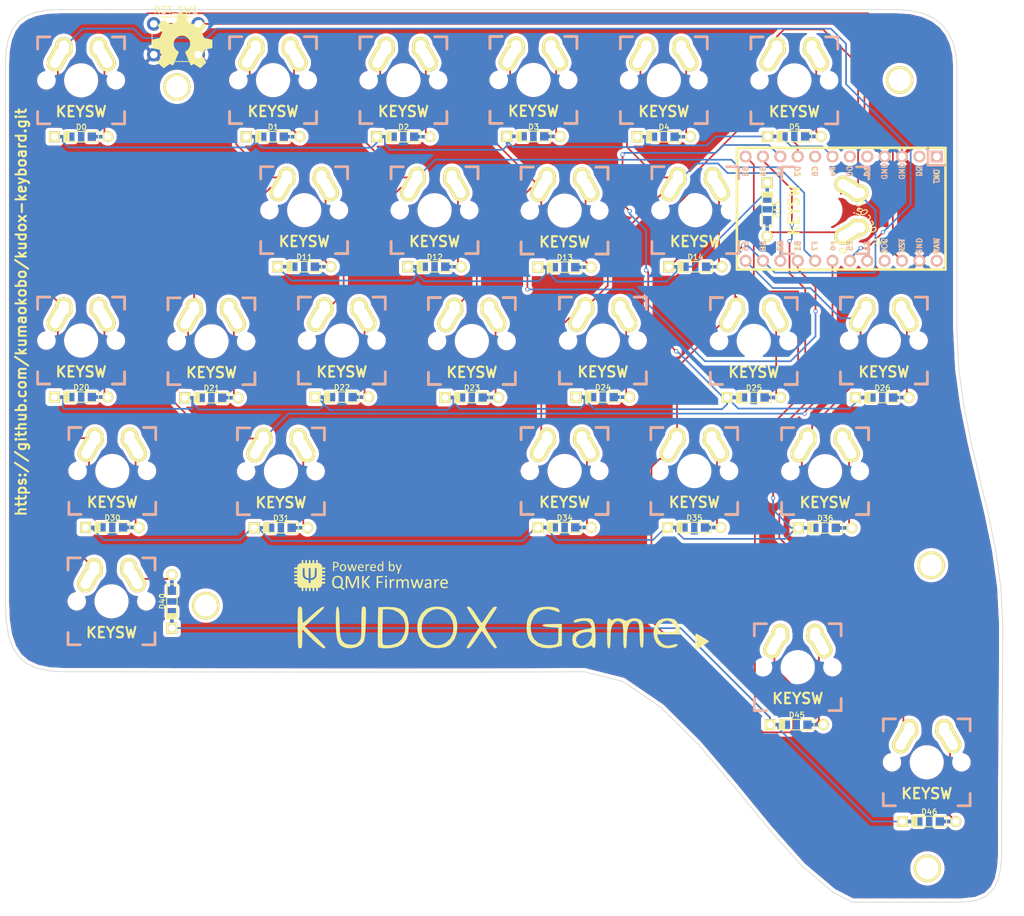
<source format=kicad_pcb>
(kicad_pcb (version 20171130) (host pcbnew "(5.1.2-1)-1")
  (title_block (title "Kudox Game keyboard PCB") (date 2019-06-30) (rev 1.0) (comment 1 "designed by x1 and inken") (comment 2 https://github.com/kumaokobo/kudox-keyboard))
  (layers (0 F.Cu signal) (31 B.Cu signal) (34 B.Paste user hide) (35 F.Paste user hide) (36 B.SilkS user hide) (37 F.SilkS user) (38 B.Mask user hide) (39 F.Mask user hide) (44 Edge.Cuts user))
  (net 0 "")
  (net 1 "Net-(D0-Pad2)")
  (net 2 row0)
  (net 3 "Net-(D1-Pad2)")
  (net 4 "Net-(D2-Pad2)")
  (net 5 "Net-(D3-Pad2)")
  (net 6 "Net-(D4-Pad2)")
  (net 7 "Net-(D5-Pad2)")
  (net 8 row1)
  (net 9 "Net-(D11-Pad2)")
  (net 10 "Net-(D12-Pad2)")
  (net 11 "Net-(D13-Pad2)")
  (net 12 "Net-(D14-Pad2)")
  (net 13 "Net-(D15-Pad2)")
  (net 14 "Net-(D20-Pad2)")
  (net 15 row2)
  (net 16 "Net-(D21-Pad2)")
  (net 17 "Net-(D22-Pad2)")
  (net 18 "Net-(D23-Pad2)")
  (net 19 "Net-(D24-Pad2)")
  (net 20 "Net-(D25-Pad2)")
  (net 21 "Net-(D26-Pad2)")
  (net 22 "Net-(D30-Pad2)")
  (net 23 row3)
  (net 24 "Net-(D31-Pad2)")
  (net 25 "Net-(D34-Pad2)")
  (net 26 "Net-(D35-Pad2)")
  (net 27 "Net-(D36-Pad2)")
  (net 28 "Net-(D40-Pad2)")
  (net 29 row4)
  (net 30 "Net-(D45-Pad2)")
  (net 31 "Net-(D46-Pad2)")
  (net 32 col0)
  (net 33 col1)
  (net 34 col2)
  (net 35 col3)
  (net 36 col4)
  (net 37 col5)
  (net 38 col6)
  (net 39 VCC)
  (net 40 SDA)
  (net 41 SCL)
  (net 42 rgb_data)
  (net 43 GND)
  (net 44 RST)
  (net 45 "Net-(U1-Pad2)")
  (net 46 "Net-(U1-Pad8)")
  (net 47 "Net-(U1-Pad20)")
  (net 48 "Net-(U1-Pad24)")
  (module keyboard_parts:HOLE_M3 (layer F.Cu) (at 104.7 61.3)
    (fp_text reference HOLE_M3 hide)
    (fp_text value VAL** hide)
    (pad 1 thru_hole circle (at 0 0) (size 4 4) (drill 3.2) (layers *.Cu *.Mask F.SilkS))
  )
  (module keyboard_parts:HOLE_M3 (layer F.Cu) (at 214.35 175.5)
    (fp_text reference HOLE_M3 hide)
    (fp_text value VAL** hide)
    (pad 1 thru_hole circle (at 0 0) (size 4 4) (drill 3.2) (layers *.Cu *.Mask F.SilkS))
  )
  (module canadian_footprints:Mx_Alps_150-dualsided (layer F.Cu) (at 214.25 160)
    (fp_text reference K46 hide)
    (fp_text value KEYSW (at 0 4.572 180) (layer F.SilkS) (effects (font (size 1.524 1.524) (thickness 0.3048))))
    (pad 1 thru_hole oval (at -2.52 -4.79 3.9) (size 2.5 3.08) (drill oval 1.5 2.08) (layers *.Cu *.Mask F.SilkS) (net 38 col6))
    (pad 2 thru_hole oval (at 3.405 -3.27 29.05) (size 2.5 4.17) (drill oval 1.5 3.17) (layers *.Cu *.Mask F.SilkS) (net 31 "Net-(D46-Pad2)"))
    (pad HOLE np_thru_hole circle (at 0 0) (size 3.9878 3.9878) (drill 3.9878) (layers *.Cu))
    (pad HOLE np_thru_hole circle (at -5.08 0) (size 1.7018 1.7018) (drill 1.7018) (layers *.Cu))
    (pad HOLE np_thru_hole circle (at 5.08 0) (size 1.7018 1.7018) (drill 1.7018) (layers *.Cu))
    (pad 1 thru_hole oval (at -3.405 -3.27 330.95) (size 2.5 4.17) (drill oval 1.5 3.17) (layers *.Cu *.Mask F.SilkS) (net 38 col6))
    (pad 2 thru_hole oval (at 2.52 -4.79 356.1) (size 2.5 3.08) (drill oval 1.5 2.08) (layers *.Cu *.Mask F.SilkS) (net 31 "Net-(D46-Pad2)"))
  )
  (module canadian_footprints:Mx_Alps_100-dualside (layer F.Cu) (at 194.9 60.35)
    (fp_text reference K5 hide)
    (fp_text value KEYSW (at 0 4.572) (layer F.SilkS) (effects (font (size 1.524 1.524) (thickness 0.3048))))
    (pad 1 thru_hole oval (at -2.52 -4.79 3.9) (size 2.5 3.08) (drill oval 1.5 2.08) (layers *.Cu *.Mask F.SilkS) (net 37 col5))
    (pad 2 thru_hole oval (at 3.405 -3.27 29.05) (size 2.5 4.17) (drill oval 1.5 3.17) (layers *.Cu *.Mask F.SilkS) (net 7 "Net-(D5-Pad2)"))
    (pad HOLE np_thru_hole circle (at 0 0) (size 3.9878 3.9878) (drill 3.9878) (layers *.Cu))
    (pad HOLE np_thru_hole circle (at -5.08 0) (size 1.7018 1.7018) (drill 1.7018) (layers *.Cu))
    (pad HOLE np_thru_hole circle (at 5.08 0) (size 1.7018 1.7018) (drill 1.7018) (layers *.Cu))
    (pad 1 thru_hole oval (at -3.405 -3.27 330.95) (size 2.5 4.17) (drill oval 1.5 3.17) (layers *.Cu *.Mask F.SilkS) (net 37 col5))
    (pad 2 thru_hole oval (at 2.52 -4.79 356.1) (size 2.5 3.08) (drill oval 1.5 2.08) (layers *.Cu *.Mask F.SilkS) (net 7 "Net-(D5-Pad2)"))
  )
  (module canadian_footprints:Mx_Alps_100-dualside (layer F.Cu) (at 175.83 60.33)
    (fp_text reference K4 hide)
    (fp_text value KEYSW (at 0 4.572) (layer F.SilkS) (effects (font (size 1.524 1.524) (thickness 0.3048))))
    (pad 1 thru_hole oval (at -2.52 -4.79 3.9) (size 2.5 3.08) (drill oval 1.5 2.08) (layers *.Cu *.Mask F.SilkS) (net 36 col4))
    (pad 2 thru_hole oval (at 3.405 -3.27 29.05) (size 2.5 4.17) (drill oval 1.5 3.17) (layers *.Cu *.Mask F.SilkS) (net 6 "Net-(D4-Pad2)"))
    (pad HOLE np_thru_hole circle (at 0 0) (size 3.9878 3.9878) (drill 3.9878) (layers *.Cu))
    (pad HOLE np_thru_hole circle (at -5.08 0) (size 1.7018 1.7018) (drill 1.7018) (layers *.Cu))
    (pad HOLE np_thru_hole circle (at 5.08 0) (size 1.7018 1.7018) (drill 1.7018) (layers *.Cu))
    (pad 1 thru_hole oval (at -3.405 -3.27 330.95) (size 2.5 4.17) (drill oval 1.5 3.17) (layers *.Cu *.Mask F.SilkS) (net 36 col4))
    (pad 2 thru_hole oval (at 2.52 -4.79 356.1) (size 2.5 3.08) (drill oval 1.5 2.08) (layers *.Cu *.Mask F.SilkS) (net 6 "Net-(D4-Pad2)"))
  )
  (module canadian_footprints:Mx_Alps_100-dualside (layer F.Cu) (at 109.73 98.475)
    (fp_text reference K21 hide)
    (fp_text value KEYSW (at 0 4.572) (layer F.SilkS) (effects (font (size 1.524 1.524) (thickness 0.3048))))
    (pad 1 thru_hole oval (at -2.52 -4.79 3.9) (size 2.5 3.08) (drill oval 1.5 2.08) (layers *.Cu *.Mask F.SilkS) (net 33 col1))
    (pad 2 thru_hole oval (at 3.405 -3.27 29.05) (size 2.5 4.17) (drill oval 1.5 3.17) (layers *.Cu *.Mask F.SilkS) (net 16 "Net-(D21-Pad2)"))
    (pad HOLE np_thru_hole circle (at 0 0) (size 3.9878 3.9878) (drill 3.9878) (layers *.Cu))
    (pad HOLE np_thru_hole circle (at -5.08 0) (size 1.7018 1.7018) (drill 1.7018) (layers *.Cu))
    (pad HOLE np_thru_hole circle (at 5.08 0) (size 1.7018 1.7018) (drill 1.7018) (layers *.Cu))
    (pad 1 thru_hole oval (at -3.405 -3.27 330.95) (size 2.5 4.17) (drill oval 1.5 3.17) (layers *.Cu *.Mask F.SilkS) (net 33 col1))
    (pad 2 thru_hole oval (at 2.52 -4.79 356.1) (size 2.5 3.08) (drill oval 1.5 2.08) (layers *.Cu *.Mask F.SilkS) (net 16 "Net-(D21-Pad2)"))
  )
  (module kudox_game_footprints:kudox_game_logo (layer F.Cu) (at 152.3 140.3)
    (fp_text reference G*** hide)
    (fp_text value LOGO hide)
  )
  (module canadian_footprints:Mx_Alps_100-dualside (layer F.Cu) (at 180.43 79.33)
    (fp_text reference K14 hide)
    (fp_text value KEYSW (at 0 4.572) (layer F.SilkS) (effects (font (size 1.524 1.524) (thickness 0.3048))))
    (pad 1 thru_hole oval (at -2.52 -4.79 3.9) (size 2.5 3.08) (drill oval 1.5 2.08) (layers *.Cu *.Mask F.SilkS) (net 36 col4))
    (pad 2 thru_hole oval (at 3.405 -3.27 29.05) (size 2.5 4.17) (drill oval 1.5 3.17) (layers *.Cu *.Mask F.SilkS) (net 12 "Net-(D14-Pad2)"))
    (pad HOLE np_thru_hole circle (at 0 0) (size 3.9878 3.9878) (drill 3.9878) (layers *.Cu))
    (pad HOLE np_thru_hole circle (at -5.08 0) (size 1.7018 1.7018) (drill 1.7018) (layers *.Cu))
    (pad HOLE np_thru_hole circle (at 5.08 0) (size 1.7018 1.7018) (drill 1.7018) (layers *.Cu))
    (pad 1 thru_hole oval (at -3.405 -3.27 330.95) (size 2.5 4.17) (drill oval 1.5 3.17) (layers *.Cu *.Mask F.SilkS) (net 36 col4))
    (pad 2 thru_hole oval (at 2.52 -4.79 356.1) (size 2.5 3.08) (drill oval 1.5 2.08) (layers *.Cu *.Mask F.SilkS) (net 12 "Net-(D14-Pad2)"))
  )
  (module Keebio-Parts:Diode-dual (layer F.Cu) (at 90.69 68.58 180)
    (fp_text reference D0 (at -0.0254 1.4 180) (layer F.SilkS) (effects (font (size 0.8 0.8))))
    (fp_text value D hide)
    (pad 2 smd rect (at -2.7 0 180) (size 2.5 0.5) (layers B.Cu) (net 1 "Net-(D0-Pad2)"))
    (pad 2 smd rect (at -1.575 0 180) (size 1.2 1.2) (layers B.Cu B.Paste B.Mask) (net 1 "Net-(D0-Pad2)"))
    (pad 1 smd rect (at 1.575 0 180) (size 1.2 1.2) (layers B.Cu B.Paste B.Mask) (net 2 row0))
    (pad 1 smd rect (at 2.7 0 180) (size 2.5 0.5) (layers B.Cu) (net 2 row0))
    (pad 1 smd rect (at 1.575 0 180) (size 1.2 1.2) (layers F.Cu F.Paste F.Mask) (net 2 row0))
    (pad 2 smd rect (at -1.575 0 180) (size 1.2 1.2) (layers F.Cu F.Paste F.Mask) (net 1 "Net-(D0-Pad2)"))
    (pad 2 thru_hole circle (at -3.9 0 180) (size 1.6 1.6) (drill 1) (layers *.Cu *.Mask F.SilkS) (net 1 "Net-(D0-Pad2)"))
    (pad 1 thru_hole rect (at 3.9 0 180) (size 1.6 1.6) (drill 1) (layers *.Cu *.Mask F.SilkS) (net 2 row0))
    (pad 2 smd rect (at -2.7 0 180) (size 2.5 0.5) (layers F.Cu) (net 1 "Net-(D0-Pad2)"))
    (pad 1 smd rect (at 2.7 0 180) (size 2.5 0.5) (layers F.Cu) (net 2 row0))
  )
  (module Keebio-Parts:Diode-dual (layer F.Cu) (at 118.73 68.58 180)
    (fp_text reference D1 (at -0.0254 1.4 180) (layer F.SilkS) (effects (font (size 0.8 0.8))))
    (fp_text value D hide)
    (pad 2 smd rect (at -2.7 0 180) (size 2.5 0.5) (layers B.Cu) (net 3 "Net-(D1-Pad2)"))
    (pad 2 smd rect (at -1.575 0 180) (size 1.2 1.2) (layers B.Cu B.Paste B.Mask) (net 3 "Net-(D1-Pad2)"))
    (pad 1 smd rect (at 1.575 0 180) (size 1.2 1.2) (layers B.Cu B.Paste B.Mask) (net 2 row0))
    (pad 1 smd rect (at 2.7 0 180) (size 2.5 0.5) (layers B.Cu) (net 2 row0))
    (pad 1 smd rect (at 1.575 0 180) (size 1.2 1.2) (layers F.Cu F.Paste F.Mask) (net 2 row0))
    (pad 2 smd rect (at -1.575 0 180) (size 1.2 1.2) (layers F.Cu F.Paste F.Mask) (net 3 "Net-(D1-Pad2)"))
    (pad 2 thru_hole circle (at -3.9 0 180) (size 1.6 1.6) (drill 1) (layers *.Cu *.Mask F.SilkS) (net 3 "Net-(D1-Pad2)"))
    (pad 1 thru_hole rect (at 3.9 0 180) (size 1.6 1.6) (drill 1) (layers *.Cu *.Mask F.SilkS) (net 2 row0))
    (pad 2 smd rect (at -2.7 0 180) (size 2.5 0.5) (layers F.Cu) (net 3 "Net-(D1-Pad2)"))
    (pad 1 smd rect (at 2.7 0 180) (size 2.5 0.5) (layers F.Cu) (net 2 row0))
  )
  (module Keebio-Parts:Diode-dual (layer F.Cu) (at 137.78 68.585 180)
    (fp_text reference D2 (at -0.0254 1.4 180) (layer F.SilkS) (effects (font (size 0.8 0.8))))
    (fp_text value D hide)
    (pad 2 smd rect (at -2.7 0 180) (size 2.5 0.5) (layers B.Cu) (net 4 "Net-(D2-Pad2)"))
    (pad 2 smd rect (at -1.575 0 180) (size 1.2 1.2) (layers B.Cu B.Paste B.Mask) (net 4 "Net-(D2-Pad2)"))
    (pad 1 smd rect (at 1.575 0 180) (size 1.2 1.2) (layers B.Cu B.Paste B.Mask) (net 2 row0))
    (pad 1 smd rect (at 2.7 0 180) (size 2.5 0.5) (layers B.Cu) (net 2 row0))
    (pad 1 smd rect (at 1.575 0 180) (size 1.2 1.2) (layers F.Cu F.Paste F.Mask) (net 2 row0))
    (pad 2 smd rect (at -1.575 0 180) (size 1.2 1.2) (layers F.Cu F.Paste F.Mask) (net 4 "Net-(D2-Pad2)"))
    (pad 2 thru_hole circle (at -3.9 0 180) (size 1.6 1.6) (drill 1) (layers *.Cu *.Mask F.SilkS) (net 4 "Net-(D2-Pad2)"))
    (pad 1 thru_hole rect (at 3.9 0 180) (size 1.6 1.6) (drill 1) (layers *.Cu *.Mask F.SilkS) (net 2 row0))
    (pad 2 smd rect (at -2.7 0 180) (size 2.5 0.5) (layers F.Cu) (net 4 "Net-(D2-Pad2)"))
    (pad 1 smd rect (at 2.7 0 180) (size 2.5 0.5) (layers F.Cu) (net 2 row0))
  )
  (module Keebio-Parts:Diode-dual (layer F.Cu) (at 156.78 68.545 180)
    (fp_text reference D3 (at -0.0254 1.4 180) (layer F.SilkS) (effects (font (size 0.8 0.8))))
    (fp_text value D hide)
    (pad 2 smd rect (at -2.7 0 180) (size 2.5 0.5) (layers B.Cu) (net 5 "Net-(D3-Pad2)"))
    (pad 2 smd rect (at -1.575 0 180) (size 1.2 1.2) (layers B.Cu B.Paste B.Mask) (net 5 "Net-(D3-Pad2)"))
    (pad 1 smd rect (at 1.575 0 180) (size 1.2 1.2) (layers B.Cu B.Paste B.Mask) (net 2 row0))
    (pad 1 smd rect (at 2.7 0 180) (size 2.5 0.5) (layers B.Cu) (net 2 row0))
    (pad 1 smd rect (at 1.575 0 180) (size 1.2 1.2) (layers F.Cu F.Paste F.Mask) (net 2 row0))
    (pad 2 smd rect (at -1.575 0 180) (size 1.2 1.2) (layers F.Cu F.Paste F.Mask) (net 5 "Net-(D3-Pad2)"))
    (pad 2 thru_hole circle (at -3.9 0 180) (size 1.6 1.6) (drill 1) (layers *.Cu *.Mask F.SilkS) (net 5 "Net-(D3-Pad2)"))
    (pad 1 thru_hole rect (at 3.9 0 180) (size 1.6 1.6) (drill 1) (layers *.Cu *.Mask F.SilkS) (net 2 row0))
    (pad 2 smd rect (at -2.7 0 180) (size 2.5 0.5) (layers F.Cu) (net 5 "Net-(D3-Pad2)"))
    (pad 1 smd rect (at 2.7 0 180) (size 2.5 0.5) (layers F.Cu) (net 2 row0))
  )
  (module Keebio-Parts:Diode-dual (layer F.Cu) (at 175.83 68.585 180)
    (fp_text reference D4 (at -0.0254 1.4 180) (layer F.SilkS) (effects (font (size 0.8 0.8))))
    (fp_text value D hide)
    (pad 2 smd rect (at -2.7 0 180) (size 2.5 0.5) (layers B.Cu) (net 6 "Net-(D4-Pad2)"))
    (pad 2 smd rect (at -1.575 0 180) (size 1.2 1.2) (layers B.Cu B.Paste B.Mask) (net 6 "Net-(D4-Pad2)"))
    (pad 1 smd rect (at 1.575 0 180) (size 1.2 1.2) (layers B.Cu B.Paste B.Mask) (net 2 row0))
    (pad 1 smd rect (at 2.7 0 180) (size 2.5 0.5) (layers B.Cu) (net 2 row0))
    (pad 1 smd rect (at 1.575 0 180) (size 1.2 1.2) (layers F.Cu F.Paste F.Mask) (net 2 row0))
    (pad 2 smd rect (at -1.575 0 180) (size 1.2 1.2) (layers F.Cu F.Paste F.Mask) (net 6 "Net-(D4-Pad2)"))
    (pad 2 thru_hole circle (at -3.9 0 180) (size 1.6 1.6) (drill 1) (layers *.Cu *.Mask F.SilkS) (net 6 "Net-(D4-Pad2)"))
    (pad 1 thru_hole rect (at 3.9 0 180) (size 1.6 1.6) (drill 1) (layers *.Cu *.Mask F.SilkS) (net 2 row0))
    (pad 2 smd rect (at -2.7 0 180) (size 2.5 0.5) (layers F.Cu) (net 6 "Net-(D4-Pad2)"))
    (pad 1 smd rect (at 2.7 0 180) (size 2.5 0.5) (layers F.Cu) (net 2 row0))
  )
  (module Keebio-Parts:Diode-dual (layer F.Cu) (at 194.9 68.55 180)
    (fp_text reference D5 (at -0.0254 1.4 180) (layer F.SilkS) (effects (font (size 0.8 0.8))))
    (fp_text value D hide)
    (pad 2 smd rect (at -2.7 0 180) (size 2.5 0.5) (layers B.Cu) (net 7 "Net-(D5-Pad2)"))
    (pad 2 smd rect (at -1.575 0 180) (size 1.2 1.2) (layers B.Cu B.Paste B.Mask) (net 7 "Net-(D5-Pad2)"))
    (pad 1 smd rect (at 1.575 0 180) (size 1.2 1.2) (layers B.Cu B.Paste B.Mask) (net 2 row0))
    (pad 1 smd rect (at 2.7 0 180) (size 2.5 0.5) (layers B.Cu) (net 2 row0))
    (pad 1 smd rect (at 1.575 0 180) (size 1.2 1.2) (layers F.Cu F.Paste F.Mask) (net 2 row0))
    (pad 2 smd rect (at -1.575 0 180) (size 1.2 1.2) (layers F.Cu F.Paste F.Mask) (net 7 "Net-(D5-Pad2)"))
    (pad 2 thru_hole circle (at -3.9 0 180) (size 1.6 1.6) (drill 1) (layers *.Cu *.Mask F.SilkS) (net 7 "Net-(D5-Pad2)"))
    (pad 1 thru_hole rect (at 3.9 0 180) (size 1.6 1.6) (drill 1) (layers *.Cu *.Mask F.SilkS) (net 2 row0))
    (pad 2 smd rect (at -2.7 0 180) (size 2.5 0.5) (layers F.Cu) (net 7 "Net-(D5-Pad2)"))
    (pad 1 smd rect (at 2.7 0 180) (size 2.5 0.5) (layers F.Cu) (net 2 row0))
  )
  (module Keebio-Parts:Diode-dual (layer F.Cu) (at 123.28 87.58 180)
    (fp_text reference D11 (at -0.0254 1.4 180) (layer F.SilkS) (effects (font (size 0.8 0.8))))
    (fp_text value D hide)
    (pad 2 smd rect (at -2.7 0 180) (size 2.5 0.5) (layers B.Cu) (net 9 "Net-(D11-Pad2)"))
    (pad 2 smd rect (at -1.575 0 180) (size 1.2 1.2) (layers B.Cu B.Paste B.Mask) (net 9 "Net-(D11-Pad2)"))
    (pad 1 smd rect (at 1.575 0 180) (size 1.2 1.2) (layers B.Cu B.Paste B.Mask) (net 8 row1))
    (pad 1 smd rect (at 2.7 0 180) (size 2.5 0.5) (layers B.Cu) (net 8 row1))
    (pad 1 smd rect (at 1.575 0 180) (size 1.2 1.2) (layers F.Cu F.Paste F.Mask) (net 8 row1))
    (pad 2 smd rect (at -1.575 0 180) (size 1.2 1.2) (layers F.Cu F.Paste F.Mask) (net 9 "Net-(D11-Pad2)"))
    (pad 2 thru_hole circle (at -3.9 0 180) (size 1.6 1.6) (drill 1) (layers *.Cu *.Mask F.SilkS) (net 9 "Net-(D11-Pad2)"))
    (pad 1 thru_hole rect (at 3.9 0 180) (size 1.6 1.6) (drill 1) (layers *.Cu *.Mask F.SilkS) (net 8 row1))
    (pad 2 smd rect (at -2.7 0 180) (size 2.5 0.5) (layers F.Cu) (net 9 "Net-(D11-Pad2)"))
    (pad 1 smd rect (at 2.7 0 180) (size 2.5 0.5) (layers F.Cu) (net 8 row1))
  )
  (module Keebio-Parts:Diode-dual (layer F.Cu) (at 142.33 87.585 180)
    (fp_text reference D12 (at -0.0254 1.4 180) (layer F.SilkS) (effects (font (size 0.8 0.8))))
    (fp_text value D hide)
    (pad 2 smd rect (at -2.7 0 180) (size 2.5 0.5) (layers B.Cu) (net 10 "Net-(D12-Pad2)"))
    (pad 2 smd rect (at -1.575 0 180) (size 1.2 1.2) (layers B.Cu B.Paste B.Mask) (net 10 "Net-(D12-Pad2)"))
    (pad 1 smd rect (at 1.575 0 180) (size 1.2 1.2) (layers B.Cu B.Paste B.Mask) (net 8 row1))
    (pad 1 smd rect (at 2.7 0 180) (size 2.5 0.5) (layers B.Cu) (net 8 row1))
    (pad 1 smd rect (at 1.575 0 180) (size 1.2 1.2) (layers F.Cu F.Paste F.Mask) (net 8 row1))
    (pad 2 smd rect (at -1.575 0 180) (size 1.2 1.2) (layers F.Cu F.Paste F.Mask) (net 10 "Net-(D12-Pad2)"))
    (pad 2 thru_hole circle (at -3.9 0 180) (size 1.6 1.6) (drill 1) (layers *.Cu *.Mask F.SilkS) (net 10 "Net-(D12-Pad2)"))
    (pad 1 thru_hole rect (at 3.9 0 180) (size 1.6 1.6) (drill 1) (layers *.Cu *.Mask F.SilkS) (net 8 row1))
    (pad 2 smd rect (at -2.7 0 180) (size 2.5 0.5) (layers F.Cu) (net 10 "Net-(D12-Pad2)"))
    (pad 1 smd rect (at 2.7 0 180) (size 2.5 0.5) (layers F.Cu) (net 8 row1))
  )
  (module Keebio-Parts:Diode-dual (layer F.Cu) (at 161.33 87.645 180)
    (fp_text reference D13 (at -0.0254 1.4 180) (layer F.SilkS) (effects (font (size 0.8 0.8))))
    (fp_text value D hide)
    (pad 2 smd rect (at -2.7 0 180) (size 2.5 0.5) (layers B.Cu) (net 11 "Net-(D13-Pad2)"))
    (pad 2 smd rect (at -1.575 0 180) (size 1.2 1.2) (layers B.Cu B.Paste B.Mask) (net 11 "Net-(D13-Pad2)"))
    (pad 1 smd rect (at 1.575 0 180) (size 1.2 1.2) (layers B.Cu B.Paste B.Mask) (net 8 row1))
    (pad 1 smd rect (at 2.7 0 180) (size 2.5 0.5) (layers B.Cu) (net 8 row1))
    (pad 1 smd rect (at 1.575 0 180) (size 1.2 1.2) (layers F.Cu F.Paste F.Mask) (net 8 row1))
    (pad 2 smd rect (at -1.575 0 180) (size 1.2 1.2) (layers F.Cu F.Paste F.Mask) (net 11 "Net-(D13-Pad2)"))
    (pad 2 thru_hole circle (at -3.9 0 180) (size 1.6 1.6) (drill 1) (layers *.Cu *.Mask F.SilkS) (net 11 "Net-(D13-Pad2)"))
    (pad 1 thru_hole rect (at 3.9 0 180) (size 1.6 1.6) (drill 1) (layers *.Cu *.Mask F.SilkS) (net 8 row1))
    (pad 2 smd rect (at -2.7 0 180) (size 2.5 0.5) (layers F.Cu) (net 11 "Net-(D13-Pad2)"))
    (pad 1 smd rect (at 2.7 0 180) (size 2.5 0.5) (layers F.Cu) (net 8 row1))
  )
  (module Keebio-Parts:Diode-dual (layer F.Cu) (at 180.43 87.585 180)
    (fp_text reference D14 (at -0.0254 1.4 180) (layer F.SilkS) (effects (font (size 0.8 0.8))))
    (fp_text value D hide)
    (pad 2 smd rect (at -2.7 0 180) (size 2.5 0.5) (layers B.Cu) (net 12 "Net-(D14-Pad2)"))
    (pad 2 smd rect (at -1.575 0 180) (size 1.2 1.2) (layers B.Cu B.Paste B.Mask) (net 12 "Net-(D14-Pad2)"))
    (pad 1 smd rect (at 1.575 0 180) (size 1.2 1.2) (layers B.Cu B.Paste B.Mask) (net 8 row1))
    (pad 1 smd rect (at 2.7 0 180) (size 2.5 0.5) (layers B.Cu) (net 8 row1))
    (pad 1 smd rect (at 1.575 0 180) (size 1.2 1.2) (layers F.Cu F.Paste F.Mask) (net 8 row1))
    (pad 2 smd rect (at -1.575 0 180) (size 1.2 1.2) (layers F.Cu F.Paste F.Mask) (net 12 "Net-(D14-Pad2)"))
    (pad 2 thru_hole circle (at -3.9 0 180) (size 1.6 1.6) (drill 1) (layers *.Cu *.Mask F.SilkS) (net 12 "Net-(D14-Pad2)"))
    (pad 1 thru_hole rect (at 3.9 0 180) (size 1.6 1.6) (drill 1) (layers *.Cu *.Mask F.SilkS) (net 8 row1))
    (pad 2 smd rect (at -2.7 0 180) (size 2.5 0.5) (layers F.Cu) (net 12 "Net-(D14-Pad2)"))
    (pad 1 smd rect (at 2.7 0 180) (size 2.5 0.5) (layers F.Cu) (net 8 row1))
  )
  (module Keebio-Parts:Diode-dual (layer F.Cu) (at 190.95 79.2 90)
    (fp_text reference D15 (at -0.0254 1.4 270) (layer F.SilkS) (effects (font (size 0.8 0.8))))
    (fp_text value D hide)
    (pad 2 smd rect (at -2.7 0 90) (size 2.5 0.5) (layers B.Cu) (net 13 "Net-(D15-Pad2)"))
    (pad 2 smd rect (at -1.575 0 90) (size 1.2 1.2) (layers B.Cu B.Paste B.Mask) (net 13 "Net-(D15-Pad2)"))
    (pad 1 smd rect (at 1.575 0 90) (size 1.2 1.2) (layers B.Cu B.Paste B.Mask) (net 8 row1))
    (pad 1 smd rect (at 2.7 0 90) (size 2.5 0.5) (layers B.Cu) (net 8 row1))
    (pad 1 smd rect (at 1.575 0 90) (size 1.2 1.2) (layers F.Cu F.Paste F.Mask) (net 8 row1))
    (pad 2 smd rect (at -1.575 0 90) (size 1.2 1.2) (layers F.Cu F.Paste F.Mask) (net 13 "Net-(D15-Pad2)"))
    (pad 2 thru_hole circle (at -3.9 0 90) (size 1.6 1.6) (drill 1) (layers *.Cu *.Mask F.SilkS) (net 13 "Net-(D15-Pad2)"))
    (pad 1 thru_hole rect (at 3.9 0 90) (size 1.6 1.6) (drill 1) (layers *.Cu *.Mask F.SilkS) (net 8 row1))
    (pad 2 smd rect (at -2.7 0 90) (size 2.5 0.5) (layers F.Cu) (net 13 "Net-(D15-Pad2)"))
    (pad 1 smd rect (at 2.7 0 90) (size 2.5 0.5) (layers F.Cu) (net 8 row1))
  )
  (module Keebio-Parts:Diode-dual (layer F.Cu) (at 90.69 106.63 180)
    (fp_text reference D20 (at -0.0254 1.4 180) (layer F.SilkS) (effects (font (size 0.8 0.8))))
    (fp_text value D hide)
    (pad 2 smd rect (at -2.7 0 180) (size 2.5 0.5) (layers B.Cu) (net 14 "Net-(D20-Pad2)"))
    (pad 2 smd rect (at -1.575 0 180) (size 1.2 1.2) (layers B.Cu B.Paste B.Mask) (net 14 "Net-(D20-Pad2)"))
    (pad 1 smd rect (at 1.575 0 180) (size 1.2 1.2) (layers B.Cu B.Paste B.Mask) (net 15 row2))
    (pad 1 smd rect (at 2.7 0 180) (size 2.5 0.5) (layers B.Cu) (net 15 row2))
    (pad 1 smd rect (at 1.575 0 180) (size 1.2 1.2) (layers F.Cu F.Paste F.Mask) (net 15 row2))
    (pad 2 smd rect (at -1.575 0 180) (size 1.2 1.2) (layers F.Cu F.Paste F.Mask) (net 14 "Net-(D20-Pad2)"))
    (pad 2 thru_hole circle (at -3.9 0 180) (size 1.6 1.6) (drill 1) (layers *.Cu *.Mask F.SilkS) (net 14 "Net-(D20-Pad2)"))
    (pad 1 thru_hole rect (at 3.9 0 180) (size 1.6 1.6) (drill 1) (layers *.Cu *.Mask F.SilkS) (net 15 row2))
    (pad 2 smd rect (at -2.7 0 180) (size 2.5 0.5) (layers F.Cu) (net 14 "Net-(D20-Pad2)"))
    (pad 1 smd rect (at 2.7 0 180) (size 2.5 0.5) (layers F.Cu) (net 15 row2))
  )
  (module Keebio-Parts:Diode-dual (layer F.Cu) (at 109.73 106.73 180)
    (fp_text reference D21 (at -0.0254 1.4 180) (layer F.SilkS) (effects (font (size 0.8 0.8))))
    (fp_text value D hide)
    (pad 2 smd rect (at -2.7 0 180) (size 2.5 0.5) (layers B.Cu) (net 16 "Net-(D21-Pad2)"))
    (pad 2 smd rect (at -1.575 0 180) (size 1.2 1.2) (layers B.Cu B.Paste B.Mask) (net 16 "Net-(D21-Pad2)"))
    (pad 1 smd rect (at 1.575 0 180) (size 1.2 1.2) (layers B.Cu B.Paste B.Mask) (net 15 row2))
    (pad 1 smd rect (at 2.7 0 180) (size 2.5 0.5) (layers B.Cu) (net 15 row2))
    (pad 1 smd rect (at 1.575 0 180) (size 1.2 1.2) (layers F.Cu F.Paste F.Mask) (net 15 row2))
    (pad 2 smd rect (at -1.575 0 180) (size 1.2 1.2) (layers F.Cu F.Paste F.Mask) (net 16 "Net-(D21-Pad2)"))
    (pad 2 thru_hole circle (at -3.9 0 180) (size 1.6 1.6) (drill 1) (layers *.Cu *.Mask F.SilkS) (net 16 "Net-(D21-Pad2)"))
    (pad 1 thru_hole rect (at 3.9 0 180) (size 1.6 1.6) (drill 1) (layers *.Cu *.Mask F.SilkS) (net 15 row2))
    (pad 2 smd rect (at -2.7 0 180) (size 2.5 0.5) (layers F.Cu) (net 16 "Net-(D21-Pad2)"))
    (pad 1 smd rect (at 2.7 0 180) (size 2.5 0.5) (layers F.Cu) (net 15 row2))
  )
  (module Keebio-Parts:Diode-dual (layer F.Cu) (at 128.78 106.635 180)
    (fp_text reference D22 (at -0.0254 1.4 180) (layer F.SilkS) (effects (font (size 0.8 0.8))))
    (fp_text value D hide)
    (pad 2 smd rect (at -2.7 0 180) (size 2.5 0.5) (layers B.Cu) (net 17 "Net-(D22-Pad2)"))
    (pad 2 smd rect (at -1.575 0 180) (size 1.2 1.2) (layers B.Cu B.Paste B.Mask) (net 17 "Net-(D22-Pad2)"))
    (pad 1 smd rect (at 1.575 0 180) (size 1.2 1.2) (layers B.Cu B.Paste B.Mask) (net 15 row2))
    (pad 1 smd rect (at 2.7 0 180) (size 2.5 0.5) (layers B.Cu) (net 15 row2))
    (pad 1 smd rect (at 1.575 0 180) (size 1.2 1.2) (layers F.Cu F.Paste F.Mask) (net 15 row2))
    (pad 2 smd rect (at -1.575 0 180) (size 1.2 1.2) (layers F.Cu F.Paste F.Mask) (net 17 "Net-(D22-Pad2)"))
    (pad 2 thru_hole circle (at -3.9 0 180) (size 1.6 1.6) (drill 1) (layers *.Cu *.Mask F.SilkS) (net 17 "Net-(D22-Pad2)"))
    (pad 1 thru_hole rect (at 3.9 0 180) (size 1.6 1.6) (drill 1) (layers *.Cu *.Mask F.SilkS) (net 15 row2))
    (pad 2 smd rect (at -2.7 0 180) (size 2.5 0.5) (layers F.Cu) (net 17 "Net-(D22-Pad2)"))
    (pad 1 smd rect (at 2.7 0 180) (size 2.5 0.5) (layers F.Cu) (net 15 row2))
  )
  (module Keebio-Parts:Diode-dual (layer F.Cu) (at 147.78 106.695 180)
    (fp_text reference D23 (at -0.0254 1.4 180) (layer F.SilkS) (effects (font (size 0.8 0.8))))
    (fp_text value D hide)
    (pad 2 smd rect (at -2.7 0 180) (size 2.5 0.5) (layers B.Cu) (net 18 "Net-(D23-Pad2)"))
    (pad 2 smd rect (at -1.575 0 180) (size 1.2 1.2) (layers B.Cu B.Paste B.Mask) (net 18 "Net-(D23-Pad2)"))
    (pad 1 smd rect (at 1.575 0 180) (size 1.2 1.2) (layers B.Cu B.Paste B.Mask) (net 15 row2))
    (pad 1 smd rect (at 2.7 0 180) (size 2.5 0.5) (layers B.Cu) (net 15 row2))
    (pad 1 smd rect (at 1.575 0 180) (size 1.2 1.2) (layers F.Cu F.Paste F.Mask) (net 15 row2))
    (pad 2 smd rect (at -1.575 0 180) (size 1.2 1.2) (layers F.Cu F.Paste F.Mask) (net 18 "Net-(D23-Pad2)"))
    (pad 2 thru_hole circle (at -3.9 0 180) (size 1.6 1.6) (drill 1) (layers *.Cu *.Mask F.SilkS) (net 18 "Net-(D23-Pad2)"))
    (pad 1 thru_hole rect (at 3.9 0 180) (size 1.6 1.6) (drill 1) (layers *.Cu *.Mask F.SilkS) (net 15 row2))
    (pad 2 smd rect (at -2.7 0 180) (size 2.5 0.5) (layers F.Cu) (net 18 "Net-(D23-Pad2)"))
    (pad 1 smd rect (at 2.7 0 180) (size 2.5 0.5) (layers F.Cu) (net 15 row2))
  )
  (module Keebio-Parts:Diode-dual (layer F.Cu) (at 166.93 106.635 180)
    (fp_text reference D24 (at -0.0254 1.4 180) (layer F.SilkS) (effects (font (size 0.8 0.8))))
    (fp_text value D hide)
    (pad 2 smd rect (at -2.7 0 180) (size 2.5 0.5) (layers B.Cu) (net 19 "Net-(D24-Pad2)"))
    (pad 2 smd rect (at -1.575 0 180) (size 1.2 1.2) (layers B.Cu B.Paste B.Mask) (net 19 "Net-(D24-Pad2)"))
    (pad 1 smd rect (at 1.575 0 180) (size 1.2 1.2) (layers B.Cu B.Paste B.Mask) (net 15 row2))
    (pad 1 smd rect (at 2.7 0 180) (size 2.5 0.5) (layers B.Cu) (net 15 row2))
    (pad 1 smd rect (at 1.575 0 180) (size 1.2 1.2) (layers F.Cu F.Paste F.Mask) (net 15 row2))
    (pad 2 smd rect (at -1.575 0 180) (size 1.2 1.2) (layers F.Cu F.Paste F.Mask) (net 19 "Net-(D24-Pad2)"))
    (pad 2 thru_hole circle (at -3.9 0 180) (size 1.6 1.6) (drill 1) (layers *.Cu *.Mask F.SilkS) (net 19 "Net-(D24-Pad2)"))
    (pad 1 thru_hole rect (at 3.9 0 180) (size 1.6 1.6) (drill 1) (layers *.Cu *.Mask F.SilkS) (net 15 row2))
    (pad 2 smd rect (at -2.7 0 180) (size 2.5 0.5) (layers F.Cu) (net 19 "Net-(D24-Pad2)"))
    (pad 1 smd rect (at 2.7 0 180) (size 2.5 0.5) (layers F.Cu) (net 15 row2))
  )
  (module Keebio-Parts:Diode-dual (layer F.Cu) (at 188.98 106.69 180)
    (fp_text reference D25 (at -0.0254 1.4 180) (layer F.SilkS) (effects (font (size 0.8 0.8))))
    (fp_text value D hide)
    (pad 2 smd rect (at -2.7 0 180) (size 2.5 0.5) (layers B.Cu) (net 20 "Net-(D25-Pad2)"))
    (pad 2 smd rect (at -1.575 0 180) (size 1.2 1.2) (layers B.Cu B.Paste B.Mask) (net 20 "Net-(D25-Pad2)"))
    (pad 1 smd rect (at 1.575 0 180) (size 1.2 1.2) (layers B.Cu B.Paste B.Mask) (net 15 row2))
    (pad 1 smd rect (at 2.7 0 180) (size 2.5 0.5) (layers B.Cu) (net 15 row2))
    (pad 1 smd rect (at 1.575 0 180) (size 1.2 1.2) (layers F.Cu F.Paste F.Mask) (net 15 row2))
    (pad 2 smd rect (at -1.575 0 180) (size 1.2 1.2) (layers F.Cu F.Paste F.Mask) (net 20 "Net-(D25-Pad2)"))
    (pad 2 thru_hole circle (at -3.9 0 180) (size 1.6 1.6) (drill 1) (layers *.Cu *.Mask F.SilkS) (net 20 "Net-(D25-Pad2)"))
    (pad 1 thru_hole rect (at 3.9 0 180) (size 1.6 1.6) (drill 1) (layers *.Cu *.Mask F.SilkS) (net 15 row2))
    (pad 2 smd rect (at -2.7 0 180) (size 2.5 0.5) (layers F.Cu) (net 20 "Net-(D25-Pad2)"))
    (pad 1 smd rect (at 2.7 0 180) (size 2.5 0.5) (layers F.Cu) (net 15 row2))
  )
  (module Keebio-Parts:Diode-dual (layer F.Cu) (at 207.75 106.7 180)
    (fp_text reference D26 (at -0.0254 1.4) (layer F.SilkS) (effects (font (size 0.8 0.8))))
    (fp_text value D hide)
    (pad 2 smd rect (at -2.7 0 180) (size 2.5 0.5) (layers B.Cu) (net 21 "Net-(D26-Pad2)"))
    (pad 2 smd rect (at -1.575 0 180) (size 1.2 1.2) (layers B.Cu B.Paste B.Mask) (net 21 "Net-(D26-Pad2)"))
    (pad 1 smd rect (at 1.575 0 180) (size 1.2 1.2) (layers B.Cu B.Paste B.Mask) (net 15 row2))
    (pad 1 smd rect (at 2.7 0 180) (size 2.5 0.5) (layers B.Cu) (net 15 row2))
    (pad 1 smd rect (at 1.575 0 180) (size 1.2 1.2) (layers F.Cu F.Paste F.Mask) (net 15 row2))
    (pad 2 smd rect (at -1.575 0 180) (size 1.2 1.2) (layers F.Cu F.Paste F.Mask) (net 21 "Net-(D26-Pad2)"))
    (pad 2 thru_hole circle (at -3.9 0 180) (size 1.6 1.6) (drill 1) (layers *.Cu *.Mask F.SilkS) (net 21 "Net-(D26-Pad2)"))
    (pad 1 thru_hole rect (at 3.9 0 180) (size 1.6 1.6) (drill 1) (layers *.Cu *.Mask F.SilkS) (net 15 row2))
    (pad 2 smd rect (at -2.7 0 180) (size 2.5 0.5) (layers F.Cu) (net 21 "Net-(D26-Pad2)"))
    (pad 1 smd rect (at 2.7 0 180) (size 2.5 0.5) (layers F.Cu) (net 15 row2))
  )
  (module Keebio-Parts:Diode-dual (layer F.Cu) (at 95.24 125.68 180)
    (fp_text reference D30 (at -0.0254 1.4 180) (layer F.SilkS) (effects (font (size 0.8 0.8))))
    (fp_text value D hide)
    (pad 2 smd rect (at -2.7 0 180) (size 2.5 0.5) (layers B.Cu) (net 22 "Net-(D30-Pad2)"))
    (pad 2 smd rect (at -1.575 0 180) (size 1.2 1.2) (layers B.Cu B.Paste B.Mask) (net 22 "Net-(D30-Pad2)"))
    (pad 1 smd rect (at 1.575 0 180) (size 1.2 1.2) (layers B.Cu B.Paste B.Mask) (net 23 row3))
    (pad 1 smd rect (at 2.7 0 180) (size 2.5 0.5) (layers B.Cu) (net 23 row3))
    (pad 1 smd rect (at 1.575 0 180) (size 1.2 1.2) (layers F.Cu F.Paste F.Mask) (net 23 row3))
    (pad 2 smd rect (at -1.575 0 180) (size 1.2 1.2) (layers F.Cu F.Paste F.Mask) (net 22 "Net-(D30-Pad2)"))
    (pad 2 thru_hole circle (at -3.9 0 180) (size 1.6 1.6) (drill 1) (layers *.Cu *.Mask F.SilkS) (net 22 "Net-(D30-Pad2)"))
    (pad 1 thru_hole rect (at 3.9 0 180) (size 1.6 1.6) (drill 1) (layers *.Cu *.Mask F.SilkS) (net 23 row3))
    (pad 2 smd rect (at -2.7 0 180) (size 2.5 0.5) (layers F.Cu) (net 22 "Net-(D30-Pad2)"))
    (pad 1 smd rect (at 2.7 0 180) (size 2.5 0.5) (layers F.Cu) (net 23 row3))
  )
  (module Keebio-Parts:Diode-dual (layer F.Cu) (at 119.88 125.73 180)
    (fp_text reference D31 (at -0.0254 1.4 180) (layer F.SilkS) (effects (font (size 0.8 0.8))))
    (fp_text value D hide)
    (pad 2 smd rect (at -2.7 0 180) (size 2.5 0.5) (layers B.Cu) (net 24 "Net-(D31-Pad2)"))
    (pad 2 smd rect (at -1.575 0 180) (size 1.2 1.2) (layers B.Cu B.Paste B.Mask) (net 24 "Net-(D31-Pad2)"))
    (pad 1 smd rect (at 1.575 0 180) (size 1.2 1.2) (layers B.Cu B.Paste B.Mask) (net 23 row3))
    (pad 1 smd rect (at 2.7 0 180) (size 2.5 0.5) (layers B.Cu) (net 23 row3))
    (pad 1 smd rect (at 1.575 0 180) (size 1.2 1.2) (layers F.Cu F.Paste F.Mask) (net 23 row3))
    (pad 2 smd rect (at -1.575 0 180) (size 1.2 1.2) (layers F.Cu F.Paste F.Mask) (net 24 "Net-(D31-Pad2)"))
    (pad 2 thru_hole circle (at -3.9 0 180) (size 1.6 1.6) (drill 1) (layers *.Cu *.Mask F.SilkS) (net 24 "Net-(D31-Pad2)"))
    (pad 1 thru_hole rect (at 3.9 0 180) (size 1.6 1.6) (drill 1) (layers *.Cu *.Mask F.SilkS) (net 23 row3))
    (pad 2 smd rect (at -2.7 0 180) (size 2.5 0.5) (layers F.Cu) (net 24 "Net-(D31-Pad2)"))
    (pad 1 smd rect (at 2.7 0 180) (size 2.5 0.5) (layers F.Cu) (net 23 row3))
  )
  (module Keebio-Parts:Diode-dual (layer F.Cu) (at 161.33 125.685 180)
    (fp_text reference D34 (at -0.0254 1.4 180) (layer F.SilkS) (effects (font (size 0.8 0.8))))
    (fp_text value D hide)
    (pad 2 smd rect (at -2.7 0 180) (size 2.5 0.5) (layers B.Cu) (net 25 "Net-(D34-Pad2)"))
    (pad 2 smd rect (at -1.575 0 180) (size 1.2 1.2) (layers B.Cu B.Paste B.Mask) (net 25 "Net-(D34-Pad2)"))
    (pad 1 smd rect (at 1.575 0 180) (size 1.2 1.2) (layers B.Cu B.Paste B.Mask) (net 23 row3))
    (pad 1 smd rect (at 2.7 0 180) (size 2.5 0.5) (layers B.Cu) (net 23 row3))
    (pad 1 smd rect (at 1.575 0 180) (size 1.2 1.2) (layers F.Cu F.Paste F.Mask) (net 23 row3))
    (pad 2 smd rect (at -1.575 0 180) (size 1.2 1.2) (layers F.Cu F.Paste F.Mask) (net 25 "Net-(D34-Pad2)"))
    (pad 2 thru_hole circle (at -3.9 0 180) (size 1.6 1.6) (drill 1) (layers *.Cu *.Mask F.SilkS) (net 25 "Net-(D34-Pad2)"))
    (pad 1 thru_hole rect (at 3.9 0 180) (size 1.6 1.6) (drill 1) (layers *.Cu *.Mask F.SilkS) (net 23 row3))
    (pad 2 smd rect (at -2.7 0 180) (size 2.5 0.5) (layers F.Cu) (net 25 "Net-(D34-Pad2)"))
    (pad 1 smd rect (at 2.7 0 180) (size 2.5 0.5) (layers F.Cu) (net 23 row3))
  )
  (module Keebio-Parts:Diode-dual (layer F.Cu) (at 180.28 125.69 180)
    (fp_text reference D35 (at -0.0254 1.4 180) (layer F.SilkS) (effects (font (size 0.8 0.8))))
    (fp_text value D hide)
    (pad 2 smd rect (at -2.7 0 180) (size 2.5 0.5) (layers B.Cu) (net 26 "Net-(D35-Pad2)"))
    (pad 2 smd rect (at -1.575 0 180) (size 1.2 1.2) (layers B.Cu B.Paste B.Mask) (net 26 "Net-(D35-Pad2)"))
    (pad 1 smd rect (at 1.575 0 180) (size 1.2 1.2) (layers B.Cu B.Paste B.Mask) (net 23 row3))
    (pad 1 smd rect (at 2.7 0 180) (size 2.5 0.5) (layers B.Cu) (net 23 row3))
    (pad 1 smd rect (at 1.575 0 180) (size 1.2 1.2) (layers F.Cu F.Paste F.Mask) (net 23 row3))
    (pad 2 smd rect (at -1.575 0 180) (size 1.2 1.2) (layers F.Cu F.Paste F.Mask) (net 26 "Net-(D35-Pad2)"))
    (pad 2 thru_hole circle (at -3.9 0 180) (size 1.6 1.6) (drill 1) (layers *.Cu *.Mask F.SilkS) (net 26 "Net-(D35-Pad2)"))
    (pad 1 thru_hole rect (at 3.9 0 180) (size 1.6 1.6) (drill 1) (layers *.Cu *.Mask F.SilkS) (net 23 row3))
    (pad 2 smd rect (at -2.7 0 180) (size 2.5 0.5) (layers F.Cu) (net 26 "Net-(D35-Pad2)"))
    (pad 1 smd rect (at 2.7 0 180) (size 2.5 0.5) (layers F.Cu) (net 23 row3))
  )
  (module Keebio-Parts:Diode-dual (layer F.Cu) (at 199.4 125.75 180)
    (fp_text reference D36 (at -0.0254 1.4) (layer F.SilkS) (effects (font (size 0.8 0.8))))
    (fp_text value D hide)
    (pad 2 smd rect (at -2.7 0 180) (size 2.5 0.5) (layers B.Cu) (net 27 "Net-(D36-Pad2)"))
    (pad 2 smd rect (at -1.575 0 180) (size 1.2 1.2) (layers B.Cu B.Paste B.Mask) (net 27 "Net-(D36-Pad2)"))
    (pad 1 smd rect (at 1.575 0 180) (size 1.2 1.2) (layers B.Cu B.Paste B.Mask) (net 23 row3))
    (pad 1 smd rect (at 2.7 0 180) (size 2.5 0.5) (layers B.Cu) (net 23 row3))
    (pad 1 smd rect (at 1.575 0 180) (size 1.2 1.2) (layers F.Cu F.Paste F.Mask) (net 23 row3))
    (pad 2 smd rect (at -1.575 0 180) (size 1.2 1.2) (layers F.Cu F.Paste F.Mask) (net 27 "Net-(D36-Pad2)"))
    (pad 2 thru_hole circle (at -3.9 0 180) (size 1.6 1.6) (drill 1) (layers *.Cu *.Mask F.SilkS) (net 27 "Net-(D36-Pad2)"))
    (pad 1 thru_hole rect (at 3.9 0 180) (size 1.6 1.6) (drill 1) (layers *.Cu *.Mask F.SilkS) (net 23 row3))
    (pad 2 smd rect (at -2.7 0 180) (size 2.5 0.5) (layers F.Cu) (net 27 "Net-(D36-Pad2)"))
    (pad 1 smd rect (at 2.7 0 180) (size 2.5 0.5) (layers F.Cu) (net 23 row3))
  )
  (module Keebio-Parts:Diode-dual (layer F.Cu) (at 103.95 136.5 270)
    (fp_text reference D40 (at -0.0254 1.4 270) (layer F.SilkS) (effects (font (size 0.8 0.8))))
    (fp_text value D hide)
    (pad 2 smd rect (at -2.7 0 270) (size 2.5 0.5) (layers B.Cu) (net 28 "Net-(D40-Pad2)"))
    (pad 2 smd rect (at -1.575 0 270) (size 1.2 1.2) (layers B.Cu B.Paste B.Mask) (net 28 "Net-(D40-Pad2)"))
    (pad 1 smd rect (at 1.575 0 270) (size 1.2 1.2) (layers B.Cu B.Paste B.Mask) (net 29 row4))
    (pad 1 smd rect (at 2.7 0 270) (size 2.5 0.5) (layers B.Cu) (net 29 row4))
    (pad 1 smd rect (at 1.575 0 270) (size 1.2 1.2) (layers F.Cu F.Paste F.Mask) (net 29 row4))
    (pad 2 smd rect (at -1.575 0 270) (size 1.2 1.2) (layers F.Cu F.Paste F.Mask) (net 28 "Net-(D40-Pad2)"))
    (pad 2 thru_hole circle (at -3.9 0 270) (size 1.6 1.6) (drill 1) (layers *.Cu *.Mask F.SilkS) (net 28 "Net-(D40-Pad2)"))
    (pad 1 thru_hole rect (at 3.9 0 270) (size 1.6 1.6) (drill 1) (layers *.Cu *.Mask F.SilkS) (net 29 row4))
    (pad 2 smd rect (at -2.7 0 270) (size 2.5 0.5) (layers F.Cu) (net 28 "Net-(D40-Pad2)"))
    (pad 1 smd rect (at 2.7 0 270) (size 2.5 0.5) (layers F.Cu) (net 29 row4))
  )
  (module Keebio-Parts:Diode-dual (layer F.Cu) (at 195.25 154.5 180)
    (fp_text reference D45 (at -0.0254 1.4) (layer F.SilkS) (effects (font (size 0.8 0.8))))
    (fp_text value D hide)
    (pad 2 smd rect (at -2.7 0 180) (size 2.5 0.5) (layers B.Cu) (net 30 "Net-(D45-Pad2)"))
    (pad 2 smd rect (at -1.575 0 180) (size 1.2 1.2) (layers B.Cu B.Paste B.Mask) (net 30 "Net-(D45-Pad2)"))
    (pad 1 smd rect (at 1.575 0 180) (size 1.2 1.2) (layers B.Cu B.Paste B.Mask) (net 29 row4))
    (pad 1 smd rect (at 2.7 0 180) (size 2.5 0.5) (layers B.Cu) (net 29 row4))
    (pad 1 smd rect (at 1.575 0 180) (size 1.2 1.2) (layers F.Cu F.Paste F.Mask) (net 29 row4))
    (pad 2 smd rect (at -1.575 0 180) (size 1.2 1.2) (layers F.Cu F.Paste F.Mask) (net 30 "Net-(D45-Pad2)"))
    (pad 2 thru_hole circle (at -3.9 0 180) (size 1.6 1.6) (drill 1) (layers *.Cu *.Mask F.SilkS) (net 30 "Net-(D45-Pad2)"))
    (pad 1 thru_hole rect (at 3.9 0 180) (size 1.6 1.6) (drill 1) (layers *.Cu *.Mask F.SilkS) (net 29 row4))
    (pad 2 smd rect (at -2.7 0 180) (size 2.5 0.5) (layers F.Cu) (net 30 "Net-(D45-Pad2)"))
    (pad 1 smd rect (at 2.7 0 180) (size 2.5 0.5) (layers F.Cu) (net 29 row4))
  )
  (module Keebio-Parts:Diode-dual (layer F.Cu) (at 214.6 168.65 180)
    (fp_text reference D46 (at -0.0254 1.4) (layer F.SilkS) (effects (font (size 0.8 0.8))))
    (fp_text value D hide)
    (pad 2 smd rect (at -2.7 0 180) (size 2.5 0.5) (layers B.Cu) (net 31 "Net-(D46-Pad2)"))
    (pad 2 smd rect (at -1.575 0 180) (size 1.2 1.2) (layers B.Cu B.Paste B.Mask) (net 31 "Net-(D46-Pad2)"))
    (pad 1 smd rect (at 1.575 0 180) (size 1.2 1.2) (layers B.Cu B.Paste B.Mask) (net 29 row4))
    (pad 1 smd rect (at 2.7 0 180) (size 2.5 0.5) (layers B.Cu) (net 29 row4))
    (pad 1 smd rect (at 1.575 0 180) (size 1.2 1.2) (layers F.Cu F.Paste F.Mask) (net 29 row4))
    (pad 2 smd rect (at -1.575 0 180) (size 1.2 1.2) (layers F.Cu F.Paste F.Mask) (net 31 "Net-(D46-Pad2)"))
    (pad 2 thru_hole circle (at -3.9 0 180) (size 1.6 1.6) (drill 1) (layers *.Cu *.Mask F.SilkS) (net 31 "Net-(D46-Pad2)"))
    (pad 1 thru_hole rect (at 3.9 0 180) (size 1.6 1.6) (drill 1) (layers *.Cu *.Mask F.SilkS) (net 29 row4))
    (pad 2 smd rect (at -2.7 0 180) (size 2.5 0.5) (layers F.Cu) (net 31 "Net-(D46-Pad2)"))
    (pad 1 smd rect (at 2.7 0 180) (size 2.5 0.5) (layers F.Cu) (net 29 row4))
  )
  (module Buttons_Switches_ThroughHole:SW_PUSH_6mm_h4.3mm (layer F.Cu) (at 101.3 52.1)
    (fp_text reference RST_SW1 (at 3.25 -2) (layer F.SilkS))
    (fp_text value SW_PUSH)
    (pad 2 thru_hole circle (at 0 4.5 90) (size 2 2) (drill 1.1) (layers *.Cu *.Mask) (net 43 GND))
    (pad 1 thru_hole circle (at 0 0 90) (size 2 2) (drill 1.1) (layers *.Cu *.Mask) (net 44 RST))
    (pad 2 thru_hole circle (at 6.5 4.5 90) (size 2 2) (drill 1.1) (layers *.Cu *.Mask) (net 43 GND))
    (pad 1 thru_hole circle (at 6.5 0 90) (size 2 2) (drill 1.1) (layers *.Cu *.Mask) (net 44 RST))
  )
  (module Keebio-Parts:ArduinoProMicro (layer F.Cu) (at 201.75 79.1 180)
    (fp_text reference U1 hide)
    (fp_text value ProMicro hide)
    (fp_text user D2 (at -11.43 5.461 90) (layer B.SilkS) (effects (font (size 0.8 0.8)) (justify mirror)))
    (fp_text user D0 (at -1.27 5.461 90) (layer B.SilkS) (effects (font (size 0.8 0.8)) (justify mirror)))
    (fp_text user D1 (at -3.81 5.461 90) (layer B.SilkS) (effects (font (size 0.8 0.8)) (justify mirror)))
    (fp_text user GND (at -6.35 5.461 90) (layer B.SilkS) (effects (font (size 0.8 0.8)) (justify mirror)))
    (fp_text user GND (at -8.89 5.461 90) (layer B.SilkS) (effects (font (size 0.8 0.8)) (justify mirror)))
    (fp_text user D4 (at 1.27 5.461 90) (layer B.SilkS) (effects (font (size 0.8 0.8)) (justify mirror)))
    (fp_text user C6 (at 3.81 5.461 90) (layer B.SilkS) (effects (font (size 0.8 0.8)) (justify mirror)))
    (fp_text user D7 (at 6.35 5.461 90) (layer B.SilkS) (effects (font (size 0.8 0.8)) (justify mirror)))
    (fp_text user E6 (at 8.89 5.461 90) (layer B.SilkS) (effects (font (size 0.8 0.8)) (justify mirror)))
    (fp_text user B4 (at 11.43 5.461 90) (layer B.SilkS) (effects (font (size 0.8 0.8)) (justify mirror)))
    (fp_text user B5 (at 13.97 5.461 90) (layer B.SilkS) (effects (font (size 0.8 0.8)) (justify mirror)))
    (fp_text user B6 (at 13.97 -5.461 90) (layer B.SilkS) (effects (font (size 0.8 0.8)) (justify mirror)))
    (fp_text user B2 (at 11.43 -5.461 90) (layer F.SilkS) (effects (font (size 0.8 0.8))))
    (fp_text user B3 (at 8.89 -5.461 90) (layer B.SilkS) (effects (font (size 0.8 0.8)) (justify mirror)))
    (fp_text user B1 (at 6.35 -5.461 90) (layer B.SilkS) (effects (font (size 0.8 0.8)) (justify mirror)))
    (fp_text user F7 (at 3.81 -5.461 90) (layer F.SilkS) (effects (font (size 0.8 0.8))))
    (fp_text user F6 (at 1.27 -5.461 90) (layer F.SilkS) (effects (font (size 0.8 0.8))))
    (fp_text user F5 (at -1.27 -5.461 90) (layer F.SilkS) (effects (font (size 0.8 0.8))))
    (fp_text user F4 (at -3.81 -5.461 90) (layer B.SilkS) (effects (font (size 0.8 0.8)) (justify mirror)))
    (fp_text user VCC (at -6.35 -5.461 90) (layer B.SilkS) (effects (font (size 0.8 0.8)) (justify mirror)))
    (fp_text user RST (at -8.89 -5.461 90) (layer B.SilkS) (effects (font (size 0.8 0.8)) (justify mirror)))
    (fp_text user GND (at -11.43 -5.461 90) (layer B.SilkS) (effects (font (size 0.8 0.8)) (justify mirror)))
    (fp_text user RAW (at -13.97 -5.461 90) (layer B.SilkS) (effects (font (size 0.8 0.8)) (justify mirror)))
    (fp_text user RAW (at -13.97 -5.461 90) (layer F.SilkS) (effects (font (size 0.8 0.8))))
    (fp_text user GND (at -11.43 -5.461 90) (layer F.SilkS) (effects (font (size 0.8 0.8))))
    (fp_text user RST (at -8.89 -5.461 90) (layer F.SilkS) (effects (font (size 0.8 0.8))))
    (fp_text user VCC (at -6.35 -5.461 90) (layer F.SilkS) (effects (font (size 0.8 0.8))))
    (fp_text user F4 (at -3.81 -5.461 90) (layer F.SilkS) (effects (font (size 0.8 0.8))))
    (fp_text user F5 (at -1.27 -5.461 90) (layer B.SilkS) (effects (font (size 0.8 0.8)) (justify mirror)))
    (fp_text user F6 (at 1.27 -5.461 90) (layer B.SilkS) (effects (font (size 0.8 0.8)) (justify mirror)))
    (fp_text user F7 (at 3.81 -5.461 90) (layer B.SilkS) (effects (font (size 0.8 0.8)) (justify mirror)))
    (fp_text user B1 (at 6.35 -5.461 90) (layer F.SilkS) (effects (font (size 0.8 0.8))))
    (fp_text user B3 (at 8.89 -5.461 90) (layer F.SilkS) (effects (font (size 0.8 0.8))))
    (fp_text user B2 (at 11.43 -5.461 90) (layer B.SilkS) (effects (font (size 0.8 0.8)) (justify mirror)))
    (fp_text user B6 (at 13.97 -5.461 90) (layer F.SilkS) (effects (font (size 0.8 0.8))))
    (fp_text user B5 (at 13.97 5.461 90) (layer F.SilkS) (effects (font (size 0.8 0.8))))
    (fp_text user B4 (at 11.43 5.461 90) (layer F.SilkS) (effects (font (size 0.8 0.8))))
    (fp_text user E6 (at 8.89 5.461 90) (layer F.SilkS) (effects (font (size 0.8 0.8))))
    (fp_text user D7 (at 6.35 5.461 90) (layer F.SilkS) (effects (font (size 0.8 0.8))))
    (fp_text user C6 (at 3.81 5.461 90) (layer F.SilkS) (effects (font (size 0.8 0.8))))
    (fp_text user D4 (at 1.27 5.461 90) (layer F.SilkS) (effects (font (size 0.8 0.8))))
    (fp_text user GND (at -8.89 5.461 90) (layer F.SilkS) (effects (font (size 0.8 0.8))))
    (fp_text user GND (at -6.35 5.461 90) (layer F.SilkS) (effects (font (size 0.8 0.8))))
    (fp_text user D1 (at -3.81 5.461 90) (layer F.SilkS) (effects (font (size 0.8 0.8))))
    (fp_text user D0 (at -1.27 5.461 90) (layer F.SilkS) (effects (font (size 0.8 0.8))))
    (fp_text user D2 (at -11.43 5.461 90) (layer F.SilkS) (effects (font (size 0.8 0.8))))
    (fp_text user TX0 (at -13.97 4.826 90) (layer B.SilkS) (effects (font (size 0.8 0.8)) (justify mirror)))
    (fp_text user TX0 (at -13.97 4.699 90) (layer F.SilkS) (effects (font (size 0.8 0.8))))
    (pad 1 thru_hole rect (at -13.97 7.62 180) (size 1.7526 1.7526) (drill 1.0922) (layers *.Cu *.SilkS *.Mask) (net 42 rgb_data))
    (pad 2 thru_hole circle (at -11.43 7.62 180) (size 1.7526 1.7526) (drill 1.0922) (layers *.Cu *.SilkS *.Mask) (net 45 "Net-(U1-Pad2)"))
    (pad 3 thru_hole circle (at -8.89 7.62 180) (size 1.7526 1.7526) (drill 1.0922) (layers *.Cu *.SilkS *.Mask) (net 43 GND))
    (pad 4 thru_hole circle (at -6.35 7.62 180) (size 1.7526 1.7526) (drill 1.0922) (layers *.Cu *.SilkS *.Mask) (net 43 GND))
    (pad 5 thru_hole circle (at -3.81 7.62 180) (size 1.7526 1.7526) (drill 1.0922) (layers *.Cu *.SilkS *.Mask) (net 40 SDA))
    (pad 6 thru_hole circle (at -1.27 7.62 180) (size 1.7526 1.7526) (drill 1.0922) (layers *.Cu *.SilkS *.Mask) (net 41 SCL))
    (pad 7 thru_hole circle (at 1.27 7.62 180) (size 1.7526 1.7526) (drill 1.0922) (layers *.Cu *.SilkS *.Mask) (net 2 row0))
    (pad 8 thru_hole circle (at 3.81 7.62 180) (size 1.7526 1.7526) (drill 1.0922) (layers *.Cu *.SilkS *.Mask) (net 46 "Net-(U1-Pad8)"))
    (pad 9 thru_hole circle (at 6.35 7.62 180) (size 1.7526 1.7526) (drill 1.0922) (layers *.Cu *.SilkS *.Mask) (net 8 row1))
    (pad 10 thru_hole circle (at 8.89 7.62 180) (size 1.7526 1.7526) (drill 1.0922) (layers *.Cu *.SilkS *.Mask) (net 15 row2))
    (pad 11 thru_hole circle (at 11.43 7.62 180) (size 1.7526 1.7526) (drill 1.0922) (layers *.Cu *.SilkS *.Mask) (net 23 row3))
    (pad 13 thru_hole circle (at 13.97 -7.62 180) (size 1.7526 1.7526) (drill 1.0922) (layers *.Cu *.SilkS *.Mask) (net 38 col6))
    (pad 14 thru_hole circle (at 11.43 -7.62 180) (size 1.7526 1.7526) (drill 1.0922) (layers *.Cu *.SilkS *.Mask) (net 37 col5))
    (pad 15 thru_hole circle (at 8.89 -7.62 180) (size 1.7526 1.7526) (drill 1.0922) (layers *.Cu *.SilkS *.Mask) (net 36 col4))
    (pad 16 thru_hole circle (at 6.35 -7.62 180) (size 1.7526 1.7526) (drill 1.0922) (layers *.Cu *.SilkS *.Mask) (net 35 col3))
    (pad 17 thru_hole circle (at 3.81 -7.62 180) (size 1.7526 1.7526) (drill 1.0922) (layers *.Cu *.SilkS *.Mask) (net 34 col2))
    (pad 18 thru_hole circle (at 1.27 -7.62 180) (size 1.7526 1.7526) (drill 1.0922) (layers *.Cu *.SilkS *.Mask) (net 33 col1))
    (pad 19 thru_hole circle (at -1.27 -7.62 180) (size 1.7526 1.7526) (drill 1.0922) (layers *.Cu *.SilkS *.Mask) (net 32 col0))
    (pad 20 thru_hole circle (at -3.81 -7.62 180) (size 1.7526 1.7526) (drill 1.0922) (layers *.Cu *.SilkS *.Mask) (net 47 "Net-(U1-Pad20)"))
    (pad 21 thru_hole circle (at -6.35 -7.62 180) (size 1.7526 1.7526) (drill 1.0922) (layers *.Cu *.SilkS *.Mask) (net 39 VCC))
    (pad 22 thru_hole circle (at -8.89 -7.62 180) (size 1.7526 1.7526) (drill 1.0922) (layers *.Cu *.SilkS *.Mask) (net 44 RST))
    (pad 23 thru_hole circle (at -11.43 -7.62 180) (size 1.7526 1.7526) (drill 1.0922) (layers *.Cu *.SilkS *.Mask) (net 43 GND))
    (pad 12 thru_hole circle (at 13.97 7.62 180) (size 1.7526 1.7526) (drill 1.0922) (layers *.Cu *.SilkS *.Mask) (net 29 row4))
    (pad 24 thru_hole circle (at -13.97 -7.62 180) (size 1.7526 1.7526) (drill 1.0922) (layers *.Cu *.SilkS *.Mask) (net 48 "Net-(U1-Pad24)"))
  )
  (module keyboard_parts:HOLE_M3 (layer F.Cu) (at 214.9 131.2)
    (fp_text reference HOLE_M3 hide)
    (fp_text value VAL** hide)
    (pad 1 thru_hole circle (at 0 0) (size 4 4) (drill 3.2) (layers *.Cu *.Mask F.SilkS))
  )
  (module keyboard_parts:HOLE_M3 (layer F.Cu) (at 108.9 137.1)
    (fp_text reference HOLE_M3 hide)
    (fp_text value VAL** hide)
    (pad 1 thru_hole circle (at 0 0) (size 4 4) (drill 3.2) (layers *.Cu *.Mask F.SilkS))
  )
  (module keyboard_parts:HOLE_M3 (layer F.Cu) (at 210.3 60.3)
    (fp_text reference HOLE_M3 hide)
    (fp_text value VAL** hide)
    (pad 1 thru_hole circle (at 0 0) (size 4 4) (drill 3.2) (layers *.Cu *.Mask F.SilkS))
  )
  (module Symbols:OSHW-Symbol_8.9x8mm_SilkScreen (layer F.Cu) (at 105.41 54.61)
    (fp_text reference REF*** hide)
    (fp_text value OSHW-Logo2_14.6x12mm_SilkScreen hide)
  )
  (module myparts:Mx_Alps_125-dualside (layer F.Cu) (at 95.24 117.425)
    (fp_text reference K30 hide)
    (fp_text value KEYSW (at 0 4.572) (layer F.SilkS) (effects (font (size 1.524 1.524) (thickness 0.3048))))
    (pad 1 thru_hole oval (at -2.52 -4.79 3.9) (size 2.5 3.08) (drill oval 1.5 2.08) (layers *.Cu *.Mask F.SilkS) (net 32 col0))
    (pad 2 thru_hole oval (at 3.405 -3.27 29.05) (size 2.5 4.17) (drill oval 1.5 3.17) (layers *.Cu *.Mask F.SilkS) (net 22 "Net-(D30-Pad2)"))
    (pad HOLE np_thru_hole circle (at 0 0) (size 3.9878 3.9878) (drill 3.9878) (layers *.Cu))
    (pad HOLE np_thru_hole circle (at -5.08 0) (size 1.7018 1.7018) (drill 1.7018) (layers *.Cu))
    (pad HOLE np_thru_hole circle (at 5.08 0) (size 1.7018 1.7018) (drill 1.7018) (layers *.Cu))
    (pad 1 thru_hole oval (at -3.405 -3.27 330.95) (size 2.5 4.17) (drill oval 1.5 3.17) (layers *.Cu *.Mask F.SilkS) (net 32 col0))
    (pad 2 thru_hole oval (at 2.52 -4.79 356.1) (size 2.5 3.08) (drill oval 1.5 2.08) (layers *.Cu *.Mask F.SilkS) (net 22 "Net-(D30-Pad2)"))
  )
  (module myparts:Mx_Alps_125-dualside (layer F.Cu) (at 90.69 98.375)
    (fp_text reference K20 hide)
    (fp_text value KEYSW (at 0 4.572) (layer F.SilkS) (effects (font (size 1.524 1.524) (thickness 0.3048))))
    (pad 1 thru_hole oval (at -2.52 -4.79 3.9) (size 2.5 3.08) (drill oval 1.5 2.08) (layers *.Cu *.Mask F.SilkS) (net 32 col0))
    (pad 2 thru_hole oval (at 3.405 -3.27 29.05) (size 2.5 4.17) (drill oval 1.5 3.17) (layers *.Cu *.Mask F.SilkS) (net 14 "Net-(D20-Pad2)"))
    (pad HOLE np_thru_hole circle (at 0 0) (size 3.9878 3.9878) (drill 3.9878) (layers *.Cu))
    (pad HOLE np_thru_hole circle (at -5.08 0) (size 1.7018 1.7018) (drill 1.7018) (layers *.Cu))
    (pad HOLE np_thru_hole circle (at 5.08 0) (size 1.7018 1.7018) (drill 1.7018) (layers *.Cu))
    (pad 1 thru_hole oval (at -3.405 -3.27 330.95) (size 2.5 4.17) (drill oval 1.5 3.17) (layers *.Cu *.Mask F.SilkS) (net 32 col0))
    (pad 2 thru_hole oval (at 2.52 -4.79 356.1) (size 2.5 3.08) (drill oval 1.5 2.08) (layers *.Cu *.Mask F.SilkS) (net 14 "Net-(D20-Pad2)"))
  )
  (module myparts:Mx_Alps_125-dualside (layer F.Cu) (at 90.69 60.35)
    (fp_text reference K0 hide)
    (fp_text value KEYSW (at 0 4.572) (layer F.SilkS) (effects (font (size 1.524 1.524) (thickness 0.3048))))
    (pad 1 thru_hole oval (at -2.52 -4.79 3.9) (size 2.5 3.08) (drill oval 1.5 2.08) (layers *.Cu *.Mask F.SilkS) (net 32 col0))
    (pad 2 thru_hole oval (at 3.405 -3.27 29.05) (size 2.5 4.17) (drill oval 1.5 3.17) (layers *.Cu *.Mask F.SilkS) (net 1 "Net-(D0-Pad2)"))
    (pad HOLE np_thru_hole circle (at 0 0) (size 3.9878 3.9878) (drill 3.9878) (layers *.Cu))
    (pad HOLE np_thru_hole circle (at -5.08 0) (size 1.7018 1.7018) (drill 1.7018) (layers *.Cu))
    (pad HOLE np_thru_hole circle (at 5.08 0) (size 1.7018 1.7018) (drill 1.7018) (layers *.Cu))
    (pad 1 thru_hole oval (at -3.405 -3.27 330.95) (size 2.5 4.17) (drill oval 1.5 3.17) (layers *.Cu *.Mask F.SilkS) (net 32 col0))
    (pad 2 thru_hole oval (at 2.52 -4.79 356.1) (size 2.5 3.08) (drill oval 1.5 2.08) (layers *.Cu *.Mask F.SilkS) (net 1 "Net-(D0-Pad2)"))
  )
  (module canadian_footprints:Mx_Alps_100-dualside (layer F.Cu) (at 199.4 117.46)
    (fp_text reference K36 hide)
    (fp_text value KEYSW (at 0 4.572 180) (layer F.SilkS) (effects (font (size 1.524 1.524) (thickness 0.3048))))
    (pad 1 thru_hole oval (at -2.52 -4.79 3.9) (size 2.5 3.08) (drill oval 1.5 2.08) (layers *.Cu *.Mask F.SilkS) (net 38 col6))
    (pad 2 thru_hole oval (at 3.405 -3.27 29.05) (size 2.5 4.17) (drill oval 1.5 3.17) (layers *.Cu *.Mask F.SilkS) (net 27 "Net-(D36-Pad2)"))
    (pad HOLE np_thru_hole circle (at 0 0) (size 3.9878 3.9878) (drill 3.9878) (layers *.Cu))
    (pad HOLE np_thru_hole circle (at -5.08 0) (size 1.7018 1.7018) (drill 1.7018) (layers *.Cu))
    (pad HOLE np_thru_hole circle (at 5.08 0) (size 1.7018 1.7018) (drill 1.7018) (layers *.Cu))
    (pad 1 thru_hole oval (at -3.405 -3.27 330.95) (size 2.5 4.17) (drill oval 1.5 3.17) (layers *.Cu *.Mask F.SilkS) (net 38 col6))
    (pad 2 thru_hole oval (at 2.52 -4.79 356.1) (size 2.5 3.08) (drill oval 1.5 2.08) (layers *.Cu *.Mask F.SilkS) (net 27 "Net-(D36-Pad2)"))
  )
  (module canadian_footprints:Mx_Alps_100-dualside (layer F.Cu) (at 95.13 136.475)
    (fp_text reference K40 hide)
    (fp_text value KEYSW (at 0 4.572) (layer F.SilkS) (effects (font (size 1.524 1.524) (thickness 0.3048))))
    (pad 1 thru_hole oval (at -2.52 -4.79 3.9) (size 2.5 3.08) (drill oval 1.5 2.08) (layers *.Cu *.Mask F.SilkS) (net 32 col0))
    (pad 2 thru_hole oval (at 3.405 -3.27 29.05) (size 2.5 4.17) (drill oval 1.5 3.17) (layers *.Cu *.Mask F.SilkS) (net 28 "Net-(D40-Pad2)"))
    (pad HOLE np_thru_hole circle (at 0 0) (size 3.9878 3.9878) (drill 3.9878) (layers *.Cu))
    (pad HOLE np_thru_hole circle (at -5.08 0) (size 1.7018 1.7018) (drill 1.7018) (layers *.Cu))
    (pad HOLE np_thru_hole circle (at 5.08 0) (size 1.7018 1.7018) (drill 1.7018) (layers *.Cu))
    (pad 1 thru_hole oval (at -3.405 -3.27 330.95) (size 2.5 4.17) (drill oval 1.5 3.17) (layers *.Cu *.Mask F.SilkS) (net 32 col0))
    (pad 2 thru_hole oval (at 2.52 -4.79 356.1) (size 2.5 3.08) (drill oval 1.5 2.08) (layers *.Cu *.Mask F.SilkS) (net 28 "Net-(D40-Pad2)"))
  )
  (module canadian_footprints:Mx_Alps_100-dualside (layer F.Cu) (at 180.28 117.435)
    (fp_text reference K35 hide)
    (fp_text value KEYSW (at 0 4.572) (layer F.SilkS) (effects (font (size 1.524 1.524) (thickness 0.3048))))
    (pad 1 thru_hole oval (at -2.52 -4.79 3.9) (size 2.5 3.08) (drill oval 1.5 2.08) (layers *.Cu *.Mask F.SilkS) (net 37 col5))
    (pad 2 thru_hole oval (at 3.405 -3.27 29.05) (size 2.5 4.17) (drill oval 1.5 3.17) (layers *.Cu *.Mask F.SilkS) (net 26 "Net-(D35-Pad2)"))
    (pad HOLE np_thru_hole circle (at 0 0) (size 3.9878 3.9878) (drill 3.9878) (layers *.Cu))
    (pad HOLE np_thru_hole circle (at -5.08 0) (size 1.7018 1.7018) (drill 1.7018) (layers *.Cu))
    (pad HOLE np_thru_hole circle (at 5.08 0) (size 1.7018 1.7018) (drill 1.7018) (layers *.Cu))
    (pad 1 thru_hole oval (at -3.405 -3.27 330.95) (size 2.5 4.17) (drill oval 1.5 3.17) (layers *.Cu *.Mask F.SilkS) (net 37 col5))
    (pad 2 thru_hole oval (at 2.52 -4.79 356.1) (size 2.5 3.08) (drill oval 1.5 2.08) (layers *.Cu *.Mask F.SilkS) (net 26 "Net-(D35-Pad2)"))
  )
  (module canadian_footprints:Mx_Alps_100-dualside (layer F.Cu) (at 161.33 117.43)
    (fp_text reference K34 hide)
    (fp_text value KEYSW (at 0 4.572) (layer F.SilkS) (effects (font (size 1.524 1.524) (thickness 0.3048))))
    (pad 1 thru_hole oval (at -2.52 -4.79 3.9) (size 2.5 3.08) (drill oval 1.5 2.08) (layers *.Cu *.Mask F.SilkS) (net 36 col4))
    (pad 2 thru_hole oval (at 3.405 -3.27 29.05) (size 2.5 4.17) (drill oval 1.5 3.17) (layers *.Cu *.Mask F.SilkS) (net 25 "Net-(D34-Pad2)"))
    (pad HOLE np_thru_hole circle (at 0 0) (size 3.9878 3.9878) (drill 3.9878) (layers *.Cu))
    (pad HOLE np_thru_hole circle (at -5.08 0) (size 1.7018 1.7018) (drill 1.7018) (layers *.Cu))
    (pad HOLE np_thru_hole circle (at 5.08 0) (size 1.7018 1.7018) (drill 1.7018) (layers *.Cu))
    (pad 1 thru_hole oval (at -3.405 -3.27 330.95) (size 2.5 4.17) (drill oval 1.5 3.17) (layers *.Cu *.Mask F.SilkS) (net 36 col4))
    (pad 2 thru_hole oval (at 2.52 -4.79 356.1) (size 2.5 3.08) (drill oval 1.5 2.08) (layers *.Cu *.Mask F.SilkS) (net 25 "Net-(D34-Pad2)"))
  )
  (module canadian_footprints:Mx_Alps_100-dualside (layer F.Cu) (at 119.88 117.475)
    (fp_text reference K31 hide)
    (fp_text value KEYSW (at 0 4.572) (layer F.SilkS) (effects (font (size 1.524 1.524) (thickness 0.3048))))
    (pad 1 thru_hole oval (at -2.52 -4.79 3.9) (size 2.5 3.08) (drill oval 1.5 2.08) (layers *.Cu *.Mask F.SilkS) (net 33 col1))
    (pad 2 thru_hole oval (at 3.405 -3.27 29.05) (size 2.5 4.17) (drill oval 1.5 3.17) (layers *.Cu *.Mask F.SilkS) (net 24 "Net-(D31-Pad2)"))
    (pad HOLE np_thru_hole circle (at 0 0) (size 3.9878 3.9878) (drill 3.9878) (layers *.Cu))
    (pad HOLE np_thru_hole circle (at -5.08 0) (size 1.7018 1.7018) (drill 1.7018) (layers *.Cu))
    (pad HOLE np_thru_hole circle (at 5.08 0) (size 1.7018 1.7018) (drill 1.7018) (layers *.Cu))
    (pad 1 thru_hole oval (at -3.405 -3.27 330.95) (size 2.5 4.17) (drill oval 1.5 3.17) (layers *.Cu *.Mask F.SilkS) (net 33 col1))
    (pad 2 thru_hole oval (at 2.52 -4.79 356.1) (size 2.5 3.08) (drill oval 1.5 2.08) (layers *.Cu *.Mask F.SilkS) (net 24 "Net-(D31-Pad2)"))
  )
  (module canadian_footprints:Mx_Alps_100-dualside (layer F.Cu) (at 207.99 98.385)
    (fp_text reference K26 hide)
    (fp_text value KEYSW (at 0 4.572 180) (layer F.SilkS) (effects (font (size 1.524 1.524) (thickness 0.3048))))
    (pad 1 thru_hole oval (at -2.52 -4.79 3.9) (size 2.5 3.08) (drill oval 1.5 2.08) (layers *.Cu *.Mask F.SilkS) (net 38 col6))
    (pad 2 thru_hole oval (at 3.405 -3.27 29.05) (size 2.5 4.17) (drill oval 1.5 3.17) (layers *.Cu *.Mask F.SilkS) (net 21 "Net-(D26-Pad2)"))
    (pad HOLE np_thru_hole circle (at 0 0) (size 3.9878 3.9878) (drill 3.9878) (layers *.Cu))
    (pad HOLE np_thru_hole circle (at -5.08 0) (size 1.7018 1.7018) (drill 1.7018) (layers *.Cu))
    (pad HOLE np_thru_hole circle (at 5.08 0) (size 1.7018 1.7018) (drill 1.7018) (layers *.Cu))
    (pad 1 thru_hole oval (at -3.405 -3.27 330.95) (size 2.5 4.17) (drill oval 1.5 3.17) (layers *.Cu *.Mask F.SilkS) (net 38 col6))
    (pad 2 thru_hole oval (at 2.52 -4.79 356.1) (size 2.5 3.08) (drill oval 1.5 2.08) (layers *.Cu *.Mask F.SilkS) (net 21 "Net-(D26-Pad2)"))
  )
  (module canadian_footprints:Mx_Alps_100-dualside (layer F.Cu) (at 188.98 98.435)
    (fp_text reference K25 hide)
    (fp_text value KEYSW (at 0 4.572) (layer F.SilkS) (effects (font (size 1.524 1.524) (thickness 0.3048))))
    (pad 1 thru_hole oval (at -2.52 -4.79 3.9) (size 2.5 3.08) (drill oval 1.5 2.08) (layers *.Cu *.Mask F.SilkS) (net 37 col5))
    (pad 2 thru_hole oval (at 3.405 -3.27 29.05) (size 2.5 4.17) (drill oval 1.5 3.17) (layers *.Cu *.Mask F.SilkS) (net 20 "Net-(D25-Pad2)"))
    (pad HOLE np_thru_hole circle (at 0 0) (size 3.9878 3.9878) (drill 3.9878) (layers *.Cu))
    (pad HOLE np_thru_hole circle (at -5.08 0) (size 1.7018 1.7018) (drill 1.7018) (layers *.Cu))
    (pad HOLE np_thru_hole circle (at 5.08 0) (size 1.7018 1.7018) (drill 1.7018) (layers *.Cu))
    (pad 1 thru_hole oval (at -3.405 -3.27 330.95) (size 2.5 4.17) (drill oval 1.5 3.17) (layers *.Cu *.Mask F.SilkS) (net 37 col5))
    (pad 2 thru_hole oval (at 2.52 -4.79 356.1) (size 2.5 3.08) (drill oval 1.5 2.08) (layers *.Cu *.Mask F.SilkS) (net 20 "Net-(D25-Pad2)"))
  )
  (module canadian_footprints:Mx_Alps_100-dualside (layer F.Cu) (at 166.93 98.38)
    (fp_text reference K24 hide)
    (fp_text value KEYSW (at 0 4.572) (layer F.SilkS) (effects (font (size 1.524 1.524) (thickness 0.3048))))
    (pad 1 thru_hole oval (at -2.52 -4.79 3.9) (size 2.5 3.08) (drill oval 1.5 2.08) (layers *.Cu *.Mask F.SilkS) (net 36 col4))
    (pad 2 thru_hole oval (at 3.405 -3.27 29.05) (size 2.5 4.17) (drill oval 1.5 3.17) (layers *.Cu *.Mask F.SilkS) (net 19 "Net-(D24-Pad2)"))
    (pad HOLE np_thru_hole circle (at 0 0) (size 3.9878 3.9878) (drill 3.9878) (layers *.Cu))
    (pad HOLE np_thru_hole circle (at -5.08 0) (size 1.7018 1.7018) (drill 1.7018) (layers *.Cu))
    (pad HOLE np_thru_hole circle (at 5.08 0) (size 1.7018 1.7018) (drill 1.7018) (layers *.Cu))
    (pad 1 thru_hole oval (at -3.405 -3.27 330.95) (size 2.5 4.17) (drill oval 1.5 3.17) (layers *.Cu *.Mask F.SilkS) (net 36 col4))
    (pad 2 thru_hole oval (at 2.52 -4.79 356.1) (size 2.5 3.08) (drill oval 1.5 2.08) (layers *.Cu *.Mask F.SilkS) (net 19 "Net-(D24-Pad2)"))
  )
  (module canadian_footprints:Mx_Alps_100-dualside (layer F.Cu) (at 147.78 98.44)
    (fp_text reference K23 hide)
    (fp_text value KEYSW (at 0 4.572) (layer F.SilkS) (effects (font (size 1.524 1.524) (thickness 0.3048))))
    (pad 1 thru_hole oval (at -2.52 -4.79 3.9) (size 2.5 3.08) (drill oval 1.5 2.08) (layers *.Cu *.Mask F.SilkS) (net 35 col3))
    (pad 2 thru_hole oval (at 3.405 -3.27 29.05) (size 2.5 4.17) (drill oval 1.5 3.17) (layers *.Cu *.Mask F.SilkS) (net 18 "Net-(D23-Pad2)"))
    (pad HOLE np_thru_hole circle (at 0 0) (size 3.9878 3.9878) (drill 3.9878) (layers *.Cu))
    (pad HOLE np_thru_hole circle (at -5.08 0) (size 1.7018 1.7018) (drill 1.7018) (layers *.Cu))
    (pad HOLE np_thru_hole circle (at 5.08 0) (size 1.7018 1.7018) (drill 1.7018) (layers *.Cu))
    (pad 1 thru_hole oval (at -3.405 -3.27 330.95) (size 2.5 4.17) (drill oval 1.5 3.17) (layers *.Cu *.Mask F.SilkS) (net 35 col3))
    (pad 2 thru_hole oval (at 2.52 -4.79 356.1) (size 2.5 3.08) (drill oval 1.5 2.08) (layers *.Cu *.Mask F.SilkS) (net 18 "Net-(D23-Pad2)"))
  )
  (module canadian_footprints:Mx_Alps_100-dualside (layer F.Cu) (at 128.78 98.38)
    (fp_text reference K22 hide)
    (fp_text value KEYSW (at 0 4.572) (layer F.SilkS) (effects (font (size 1.524 1.524) (thickness 0.3048))))
    (pad 1 thru_hole oval (at -2.52 -4.79 3.9) (size 2.5 3.08) (drill oval 1.5 2.08) (layers *.Cu *.Mask F.SilkS) (net 34 col2))
    (pad 2 thru_hole oval (at 3.405 -3.27 29.05) (size 2.5 4.17) (drill oval 1.5 3.17) (layers *.Cu *.Mask F.SilkS) (net 17 "Net-(D22-Pad2)"))
    (pad HOLE np_thru_hole circle (at 0 0) (size 3.9878 3.9878) (drill 3.9878) (layers *.Cu))
    (pad HOLE np_thru_hole circle (at -5.08 0) (size 1.7018 1.7018) (drill 1.7018) (layers *.Cu))
    (pad HOLE np_thru_hole circle (at 5.08 0) (size 1.7018 1.7018) (drill 1.7018) (layers *.Cu))
    (pad 1 thru_hole oval (at -3.405 -3.27 330.95) (size 2.5 4.17) (drill oval 1.5 3.17) (layers *.Cu *.Mask F.SilkS) (net 34 col2))
    (pad 2 thru_hole oval (at 2.52 -4.79 356.1) (size 2.5 3.08) (drill oval 1.5 2.08) (layers *.Cu *.Mask F.SilkS) (net 17 "Net-(D22-Pad2)"))
  )
  (module canadian_footprints:Mx_Alps_100-dualside (layer F.Cu) (at 199.43 79.335 270)
    (fp_text reference K15 hide)
    (fp_text value KEYSW (at 0 4.572 90) (layer F.SilkS) (effects (font (size 1.524 1.524) (thickness 0.3048))))
    (pad 1 thru_hole oval (at -2.52 -4.79 273.9) (size 2.5 3.08) (drill oval 1.5 2.08) (layers *.Cu *.Mask F.SilkS) (net 37 col5))
    (pad 2 thru_hole oval (at 3.405 -3.27 299.05) (size 2.5 4.17) (drill oval 1.5 3.17) (layers *.Cu *.Mask F.SilkS) (net 13 "Net-(D15-Pad2)"))
    (pad HOLE np_thru_hole circle (at 0 0 270) (size 3.9878 3.9878) (drill 3.9878) (layers *.Cu))
    (pad HOLE np_thru_hole circle (at -5.08 0 270) (size 1.7018 1.7018) (drill 1.7018) (layers *.Cu))
    (pad HOLE np_thru_hole circle (at 5.08 0 270) (size 1.7018 1.7018) (drill 1.7018) (layers *.Cu))
    (pad 1 thru_hole oval (at -3.405 -3.27 240.95) (size 2.5 4.17) (drill oval 1.5 3.17) (layers *.Cu *.Mask F.SilkS) (net 37 col5))
    (pad 2 thru_hole oval (at 2.52 -4.79 266.1) (size 2.5 3.08) (drill oval 1.5 2.08) (layers *.Cu *.Mask F.SilkS) (net 13 "Net-(D15-Pad2)"))
  )
  (module canadian_footprints:Mx_Alps_100-dualside (layer F.Cu) (at 161.33 79.39)
    (fp_text reference K13 hide)
    (fp_text value KEYSW (at 0 4.572) (layer F.SilkS) (effects (font (size 1.524 1.524) (thickness 0.3048))))
    (pad 1 thru_hole oval (at -2.52 -4.79 3.9) (size 2.5 3.08) (drill oval 1.5 2.08) (layers *.Cu *.Mask F.SilkS) (net 35 col3))
    (pad 2 thru_hole oval (at 3.405 -3.27 29.05) (size 2.5 4.17) (drill oval 1.5 3.17) (layers *.Cu *.Mask F.SilkS) (net 11 "Net-(D13-Pad2)"))
    (pad HOLE np_thru_hole circle (at 0 0) (size 3.9878 3.9878) (drill 3.9878) (layers *.Cu))
    (pad HOLE np_thru_hole circle (at -5.08 0) (size 1.7018 1.7018) (drill 1.7018) (layers *.Cu))
    (pad HOLE np_thru_hole circle (at 5.08 0) (size 1.7018 1.7018) (drill 1.7018) (layers *.Cu))
    (pad 1 thru_hole oval (at -3.405 -3.27 330.95) (size 2.5 4.17) (drill oval 1.5 3.17) (layers *.Cu *.Mask F.SilkS) (net 35 col3))
    (pad 2 thru_hole oval (at 2.52 -4.79 356.1) (size 2.5 3.08) (drill oval 1.5 2.08) (layers *.Cu *.Mask F.SilkS) (net 11 "Net-(D13-Pad2)"))
  )
  (module canadian_footprints:Mx_Alps_100-dualside (layer F.Cu) (at 142.33 79.33)
    (fp_text reference K12 hide)
    (fp_text value KEYSW (at 0 4.572) (layer F.SilkS) (effects (font (size 1.524 1.524) (thickness 0.3048))))
    (pad 1 thru_hole oval (at -2.52 -4.79 3.9) (size 2.5 3.08) (drill oval 1.5 2.08) (layers *.Cu *.Mask F.SilkS) (net 34 col2))
    (pad 2 thru_hole oval (at 3.405 -3.27 29.05) (size 2.5 4.17) (drill oval 1.5 3.17) (layers *.Cu *.Mask F.SilkS) (net 10 "Net-(D12-Pad2)"))
    (pad HOLE np_thru_hole circle (at 0 0) (size 3.9878 3.9878) (drill 3.9878) (layers *.Cu))
    (pad HOLE np_thru_hole circle (at -5.08 0) (size 1.7018 1.7018) (drill 1.7018) (layers *.Cu))
    (pad HOLE np_thru_hole circle (at 5.08 0) (size 1.7018 1.7018) (drill 1.7018) (layers *.Cu))
    (pad 1 thru_hole oval (at -3.405 -3.27 330.95) (size 2.5 4.17) (drill oval 1.5 3.17) (layers *.Cu *.Mask F.SilkS) (net 34 col2))
    (pad 2 thru_hole oval (at 2.52 -4.79 356.1) (size 2.5 3.08) (drill oval 1.5 2.08) (layers *.Cu *.Mask F.SilkS) (net 10 "Net-(D12-Pad2)"))
  )
  (module canadian_footprints:Mx_Alps_100-dualside (layer F.Cu) (at 123.28 79.325)
    (fp_text reference K11 hide)
    (fp_text value KEYSW (at 0 4.572) (layer F.SilkS) (effects (font (size 1.524 1.524) (thickness 0.3048))))
    (pad 1 thru_hole oval (at -2.52 -4.79 3.9) (size 2.5 3.08) (drill oval 1.5 2.08) (layers *.Cu *.Mask F.SilkS) (net 33 col1))
    (pad 2 thru_hole oval (at 3.405 -3.27 29.05) (size 2.5 4.17) (drill oval 1.5 3.17) (layers *.Cu *.Mask F.SilkS) (net 9 "Net-(D11-Pad2)"))
    (pad HOLE np_thru_hole circle (at 0 0) (size 3.9878 3.9878) (drill 3.9878) (layers *.Cu))
    (pad HOLE np_thru_hole circle (at -5.08 0) (size 1.7018 1.7018) (drill 1.7018) (layers *.Cu))
    (pad HOLE np_thru_hole circle (at 5.08 0) (size 1.7018 1.7018) (drill 1.7018) (layers *.Cu))
    (pad 1 thru_hole oval (at -3.405 -3.27 330.95) (size 2.5 4.17) (drill oval 1.5 3.17) (layers *.Cu *.Mask F.SilkS) (net 33 col1))
    (pad 2 thru_hole oval (at 2.52 -4.79 356.1) (size 2.5 3.08) (drill oval 1.5 2.08) (layers *.Cu *.Mask F.SilkS) (net 9 "Net-(D11-Pad2)"))
  )
  (module canadian_footprints:Mx_Alps_100-dualside (layer F.Cu) (at 156.78 60.29)
    (fp_text reference K3 hide)
    (fp_text value KEYSW (at 0 4.572) (layer F.SilkS) (effects (font (size 1.524 1.524) (thickness 0.3048))))
    (pad 1 thru_hole oval (at -2.52 -4.79 3.9) (size 2.5 3.08) (drill oval 1.5 2.08) (layers *.Cu *.Mask F.SilkS) (net 35 col3))
    (pad 2 thru_hole oval (at 3.405 -3.27 29.05) (size 2.5 4.17) (drill oval 1.5 3.17) (layers *.Cu *.Mask F.SilkS) (net 5 "Net-(D3-Pad2)"))
    (pad HOLE np_thru_hole circle (at 0 0) (size 3.9878 3.9878) (drill 3.9878) (layers *.Cu))
    (pad HOLE np_thru_hole circle (at -5.08 0) (size 1.7018 1.7018) (drill 1.7018) (layers *.Cu))
    (pad HOLE np_thru_hole circle (at 5.08 0) (size 1.7018 1.7018) (drill 1.7018) (layers *.Cu))
    (pad 1 thru_hole oval (at -3.405 -3.27 330.95) (size 2.5 4.17) (drill oval 1.5 3.17) (layers *.Cu *.Mask F.SilkS) (net 35 col3))
    (pad 2 thru_hole oval (at 2.52 -4.79 356.1) (size 2.5 3.08) (drill oval 1.5 2.08) (layers *.Cu *.Mask F.SilkS) (net 5 "Net-(D3-Pad2)"))
  )
  (module canadian_footprints:Mx_Alps_100-dualside (layer F.Cu) (at 137.78 60.33)
    (fp_text reference K2 hide)
    (fp_text value KEYSW (at 0 4.572) (layer F.SilkS) (effects (font (size 1.524 1.524) (thickness 0.3048))))
    (pad 1 thru_hole oval (at -2.52 -4.79 3.9) (size 2.5 3.08) (drill oval 1.5 2.08) (layers *.Cu *.Mask F.SilkS) (net 34 col2))
    (pad 2 thru_hole oval (at 3.405 -3.27 29.05) (size 2.5 4.17) (drill oval 1.5 3.17) (layers *.Cu *.Mask F.SilkS) (net 4 "Net-(D2-Pad2)"))
    (pad HOLE np_thru_hole circle (at 0 0) (size 3.9878 3.9878) (drill 3.9878) (layers *.Cu))
    (pad HOLE np_thru_hole circle (at -5.08 0) (size 1.7018 1.7018) (drill 1.7018) (layers *.Cu))
    (pad HOLE np_thru_hole circle (at 5.08 0) (size 1.7018 1.7018) (drill 1.7018) (layers *.Cu))
    (pad 1 thru_hole oval (at -3.405 -3.27 330.95) (size 2.5 4.17) (drill oval 1.5 3.17) (layers *.Cu *.Mask F.SilkS) (net 34 col2))
    (pad 2 thru_hole oval (at 2.52 -4.79 356.1) (size 2.5 3.08) (drill oval 1.5 2.08) (layers *.Cu *.Mask F.SilkS) (net 4 "Net-(D2-Pad2)"))
  )
  (module canadian_footprints:Mx_Alps_100-dualside (layer F.Cu) (at 118.73 60.325)
    (fp_text reference K1 hide)
    (fp_text value KEYSW (at 0 4.572) (layer F.SilkS) (effects (font (size 1.524 1.524) (thickness 0.3048))))
    (pad 1 thru_hole oval (at -2.52 -4.79 3.9) (size 2.5 3.08) (drill oval 1.5 2.08) (layers *.Cu *.Mask F.SilkS) (net 33 col1))
    (pad 2 thru_hole oval (at 3.405 -3.27 29.05) (size 2.5 4.17) (drill oval 1.5 3.17) (layers *.Cu *.Mask F.SilkS) (net 3 "Net-(D1-Pad2)"))
    (pad HOLE np_thru_hole circle (at 0 0) (size 3.9878 3.9878) (drill 3.9878) (layers *.Cu))
    (pad HOLE np_thru_hole circle (at -5.08 0) (size 1.7018 1.7018) (drill 1.7018) (layers *.Cu))
    (pad HOLE np_thru_hole circle (at 5.08 0) (size 1.7018 1.7018) (drill 1.7018) (layers *.Cu))
    (pad 1 thru_hole oval (at -3.405 -3.27 330.95) (size 2.5 4.17) (drill oval 1.5 3.17) (layers *.Cu *.Mask F.SilkS) (net 33 col1))
    (pad 2 thru_hole oval (at 2.52 -4.79 356.1) (size 2.5 3.08) (drill oval 1.5 2.08) (layers *.Cu *.Mask F.SilkS) (net 3 "Net-(D1-Pad2)"))
  )
  (module canadian_footprints:Mx_Alps_150-dualsided (layer F.Cu) (at 195.4 146.1)
    (fp_text reference K45 hide)
    (fp_text value KEYSW (at 0 4.572 180) (layer F.SilkS) (effects (font (size 1.524 1.524) (thickness 0.3048))))
    (pad 1 thru_hole oval (at -2.52 -4.79 3.9) (size 2.5 3.08) (drill oval 1.5 2.08) (layers *.Cu *.Mask F.SilkS) (net 37 col5))
    (pad 2 thru_hole oval (at 3.405 -3.27 29.05) (size 2.5 4.17) (drill oval 1.5 3.17) (layers *.Cu *.Mask F.SilkS) (net 30 "Net-(D45-Pad2)"))
    (pad HOLE np_thru_hole circle (at 0 0) (size 3.9878 3.9878) (drill 3.9878) (layers *.Cu))
    (pad HOLE np_thru_hole circle (at -5.08 0) (size 1.7018 1.7018) (drill 1.7018) (layers *.Cu))
    (pad HOLE np_thru_hole circle (at 5.08 0) (size 1.7018 1.7018) (drill 1.7018) (layers *.Cu))
    (pad 1 thru_hole oval (at -3.405 -3.27 330.95) (size 2.5 4.17) (drill oval 1.5 3.17) (layers *.Cu *.Mask F.SilkS) (net 37 col5))
    (pad 2 thru_hole oval (at 2.52 -4.79 356.1) (size 2.5 3.08) (drill oval 1.5 2.08) (layers *.Cu *.Mask F.SilkS) (net 30 "Net-(D45-Pad2)"))
  )
  (module myparts:qmk-badge (layer F.Cu) (at 133.1 132.7)
    (fp_text reference G*** hide)
    (fp_text value LOGO hide)
  )
  (dimension 0.559017 (width 0.15) (layer F.SilkS) (gr_text "0.559 mm" (at 203.662245 82.331378 296.5650512) (layer F.SilkS) (effects (font (size 1 1) (thickness 0.15)))) (feature1 (pts (xy 204.95 82) (xy 204.425489 82.262255))) (feature2 (pts (xy 204.7 81.5) (xy 204.175489 81.762255))) (crossbar (pts (xy 204.7 81.5) (xy 204.95 82))) (arrow1a (pts (xy 204.95 82) (xy 203.921702 81.25468))) (arrow1b (pts (xy 204.95 82) (xy 204.970723 80.730169))) (arrow2a (pts (xy 204.7 81.5) (xy 204.679277 82.769831))) (arrow2b (pts (xy 204.7 81.5) (xy 205.728298 82.24532))))
  (dimension 1.392839 (width 0.15) (layer F.SilkS) (gr_text "1.393 mm" (at 203.036909 82.202657 68.96248897) (layer F.SilkS) (effects (font (size 1 1) (thickness 0.15)))) (feature1 (pts (xy 205.1 82.25) (xy 203.952925 81.808817))) (feature2 (pts (xy 204.6 83.55) (xy 203.452925 83.108817))) (crossbar (pts (xy 204.000258 83.31933) (xy 204.500258 82.01933))) (arrow1a (pts (xy 204.500258 82.01933) (xy 204.6432 83.28126))) (arrow1b (pts (xy 204.500258 82.01933) (xy 203.548533 82.860235))) (arrow2a (pts (xy 204.000258 83.31933) (xy 204.951983 82.478425))) (arrow2b (pts (xy 204.000258 83.31933) (xy 203.857316 82.0574))))
  (gr_line (start 87.7 50) (end 87.7 50) (layer Edge.Cuts) (width 0.1))
  (gr_line (start 85.666037 50.103362) (end 87.7 50) (layer Edge.Cuts) (width 0.1))
  (gr_line (start 83.958709 50.426212) (end 85.666037 50.103362) (layer Edge.Cuts) (width 0.1))
  (gr_line (start 82.560929 50.987699) (end 83.958709 50.426212) (layer Edge.Cuts) (width 0.1))
  (gr_line (start 214.953453 180.430872) (end 212.735973 180.430872) (layer Edge.Cuts) (width 0.1))
  (gr_line (start 217.182963 180.430872) (end 214.953453 180.430872) (layer Edge.Cuts) (width 0.1))
  (gr_line (start 219.380983 180.430872) (end 217.182963 180.430872) (layer Edge.Cuts) (width 0.1))
  (gr_line (start 221.482099 180.19608) (end 219.380983 180.430872) (layer Edge.Cuts) (width 0.1))
  (gr_line (start 223.010068 179.528872) (end 221.482099 180.19608) (layer Edge.Cuts) (width 0.1))
  (gr_line (start 224.055196 178.485) (end 223.010068 179.528872) (layer Edge.Cuts) (width 0.1))
  (gr_line (start 224.707794 177.120219) (end 224.055196 178.485) (layer Edge.Cuts) (width 0.1))
  (gr_line (start 225.058167 175.490282) (end 224.707794 177.120219) (layer Edge.Cuts) (width 0.1))
  (gr_line (start 225.196623 173.650941) (end 225.058167 175.490282) (layer Edge.Cuts) (width 0.1))
  (gr_line (start 225.213472 171.65795) (end 225.196623 173.650941) (layer Edge.Cuts) (width 0.1))
  (gr_line (start 225.19902 169.567062) (end 225.213472 171.65795) (layer Edge.Cuts) (width 0.1))
  (gr_line (start 225.206123 166.154633) (end 225.19902 169.567062) (layer Edge.Cuts) (width 0.1))
  (gr_line (start 225.224851 162.393706) (end 225.206123 166.154633) (layer Edge.Cuts) (width 0.1))
  (gr_line (start 225.251329 158.417415) (end 225.224851 162.393706) (layer Edge.Cuts) (width 0.1))
  (gr_line (start 225.281681 154.358893) (end 225.251329 158.417415) (layer Edge.Cuts) (width 0.1))
  (gr_line (start 225.312033 150.351276) (end 225.281681 154.358893) (layer Edge.Cuts) (width 0.1))
  (gr_line (start 225.33851 146.527696) (end 225.312033 150.351276) (layer Edge.Cuts) (width 0.1))
  (gr_line (start 225.357238 143.021289) (end 225.33851 146.527696) (layer Edge.Cuts) (width 0.1))
  (gr_line (start 206.590928 180.430872) (end 204.856781 180.430872) (layer Edge.Cuts) (width 0.1))
  (gr_line (start 208.51119 180.430872) (end 206.590928 180.430872) (layer Edge.Cuts) (width 0.1))
  (gr_line (start 210.574045 180.430872) (end 208.51119 180.430872) (layer Edge.Cuts) (width 0.1))
  (gr_line (start 212.735973 180.430872) (end 210.574045 180.430872) (layer Edge.Cuts) (width 0.1))
  (gr_line (start 215.26445 51.270091) (end 216.49577 52.224936) (layer Edge.Cuts) (width 0.1))
  (gr_line (start 213.745008 50.572736) (end 215.26445 51.270091) (layer Edge.Cuts) (width 0.1))
  (gr_line (start 211.932154 50.145247) (end 213.745008 50.572736) (layer Edge.Cuts) (width 0.1))
  (gr_line (start 218.115197 54.857587) (end 218.513884 56.510642) (layer Edge.Cuts) (width 0.1))
  (gr_line (start 217.444256 53.424893) (end 218.115197 54.857587) (layer Edge.Cuts) (width 0.1))
  (gr_line (start 216.49577 52.224936) (end 217.444256 53.424893) (layer Edge.Cuts) (width 0.1))
  (gr_line (start 81.455608 51.806968) (end 82.560929 50.987699) (layer Edge.Cuts) (width 0.1))
  (gr_line (start 80.62566 52.903168) (end 81.455608 51.806968) (layer Edge.Cuts) (width 0.1))
  (gr_line (start 80.053996 54.295447) (end 80.62566 52.903168) (layer Edge.Cuts) (width 0.1))
  (gr_line (start 79.723528 56.002951) (end 80.053996 54.295447) (layer Edge.Cuts) (width 0.1))
  (gr_line (start 79.61717 58.044828) (end 79.723528 56.002951) (layer Edge.Cuts) (width 0.1))
  (gr_line (start 79.61717 62.811979) (end 79.61717 58.044828) (layer Edge.Cuts) (width 0.1))
  (gr_line (start 225.364342 139.965188) (end 225.357238 143.021289) (layer Edge.Cuts) (width 0.1))
  (gr_line (start 225.075646 134.334341) (end 225.364342 139.965188) (layer Edge.Cuts) (width 0.1))
  (gr_line (start 224.31454 128.952433) (end 225.075646 134.334341) (layer Edge.Cuts) (width 0.1))
  (gr_line (start 93.679123 146.771184) (end 88.211515 146.766028) (layer Edge.Cuts) (width 0.1))
  (gr_line (start 101.979839 146.783705) (end 93.679123 146.771184) (layer Edge.Cuts) (width 0.1))
  (gr_line (start 112.248215 146.799173) (end 101.979839 146.783705) (layer Edge.Cuts) (width 0.1))
  (gr_line (start 123.618801 146.813167) (end 112.248215 146.799173) (layer Edge.Cuts) (width 0.1))
  (gr_line (start 135.22615 146.821269) (end 123.618801 146.813167) (layer Edge.Cuts) (width 0.1))
  (gr_line (start 146.204814 146.81906) (end 135.22615 146.821269) (layer Edge.Cuts) (width 0.1))
  (gr_line (start 155.689343 146.802119) (end 146.204814 146.81906) (layer Edge.Cuts) (width 0.1))
  (gr_line (start 164.214289 146.766028) (end 155.689343 146.802119) (layer Edge.Cuts) (width 0.1))
  (gr_line (start 169.846944 148.176473) (end 164.214289 146.766028) (layer Edge.Cuts) (width 0.1))
  (gr_line (start 175.403187 151.973128) (end 169.846944 148.176473) (layer Edge.Cuts) (width 0.1))
  (gr_line (start 180.840451 157.362554) (end 175.403187 151.973128) (layer Edge.Cuts) (width 0.1))
  (gr_line (start 186.11617 163.551311) (end 180.840451 157.362554) (layer Edge.Cuts) (width 0.1))
  (gr_line (start 191.187778 169.745961) (end 186.11617 163.551311) (layer Edge.Cuts) (width 0.1))
  (gr_line (start 196.012708 175.153063) (end 191.187778 169.745961) (layer Edge.Cuts) (width 0.1))
  (gr_line (start 200.548394 178.97918) (end 196.012708 175.153063) (layer Edge.Cuts) (width 0.1))
  (gr_line (start 203.35227 180.430872) (end 200.548394 178.97918) (layer Edge.Cuts) (width 0.1))
  (gr_line (start 204.856781 180.430872) (end 203.35227 180.430872) (layer Edge.Cuts) (width 0.1))
  (gr_line (start 223.238493 123.726177) (end 224.31454 128.952433) (layer Edge.Cuts) (width 0.1))
  (gr_line (start 222.004975 118.562287) (end 223.238493 123.726177) (layer Edge.Cuts) (width 0.1))
  (gr_line (start 220.771458 113.367475) (end 222.004975 118.562287) (layer Edge.Cuts) (width 0.1))
  (gr_line (start 219.69541 108.048455) (end 220.771458 113.367475) (layer Edge.Cuts) (width 0.1))
  (gr_line (start 218.934304 102.511939) (end 219.69541 108.048455) (layer Edge.Cuts) (width 0.1))
  (gr_line (start 218.645608 96.664642) (end 218.934304 102.511939) (layer Edge.Cuts) (width 0.1))
  (gr_line (start 218.645608 92.266605) (end 218.645608 96.664642) (layer Edge.Cuts) (width 0.1))
  (gr_line (start 218.645608 87.460739) (end 218.645608 92.266605) (layer Edge.Cuts) (width 0.1))
  (gr_line (start 218.645607 82.384732) (end 218.645608 87.460739) (layer Edge.Cuts) (width 0.1))
  (gr_line (start 218.645606 77.176273) (end 218.645607 82.384732) (layer Edge.Cuts) (width 0.1))
  (gr_line (start 218.645605 71.97305) (end 218.645606 77.176273) (layer Edge.Cuts) (width 0.1))
  (gr_line (start 218.645604 66.912751) (end 218.645605 71.97305) (layer Edge.Cuts) (width 0.1))
  (gr_line (start 218.645604 62.733065) (end 218.645604 66.912751) (layer Edge.Cuts) (width 0.1))
  (gr_line (start 218.645604 58.371681) (end 218.645604 62.733065) (layer Edge.Cuts) (width 0.1))
  (gr_line (start 218.513884 56.510642) (end 218.645604 58.371681) (layer Edge.Cuts) (width 0.1))
  (gr_line (start 79.61717 71.040842) (end 79.61717 62.811979) (layer Edge.Cuts) (width 0.1))
  (gr_line (start 79.61717 82.632775) (end 79.61717 71.040842) (layer Edge.Cuts) (width 0.1))
  (gr_line (start 79.61717 95.689136) (end 79.61717 82.632775) (layer Edge.Cuts) (width 0.1))
  (gr_line (start 79.61717 108.911282) (end 79.61717 95.689136) (layer Edge.Cuts) (width 0.1))
  (gr_line (start 79.61717 121.000571) (end 79.61717 108.911282) (layer Edge.Cuts) (width 0.1))
  (gr_line (start 79.61717 130.658362) (end 79.61717 121.000571) (layer Edge.Cuts) (width 0.1))
  (gr_line (start 79.61717 136.586012) (end 79.61717 130.658362) (layer Edge.Cuts) (width 0.1))
  (gr_line (start 79.728911 139.240029) (end 79.61717 136.586012) (layer Edge.Cuts) (width 0.1))
  (gr_line (start 80.07702 141.433675) (end 79.728911 139.240029) (layer Edge.Cuts) (width 0.1))
  (gr_line (start 80.680819 143.199778) (end 80.07702 141.433675) (layer Edge.Cuts) (width 0.1))
  (gr_line (start 81.559632 144.571163) (end 80.680819 143.199778) (layer Edge.Cuts) (width 0.1))
  (gr_line (start 82.732784 145.580655) (end 81.559632 144.571163) (layer Edge.Cuts) (width 0.1))
  (gr_line (start 84.2196 146.261079) (end 82.732784 145.580655) (layer Edge.Cuts) (width 0.1))
  (gr_line (start 86.039402 146.645262) (end 84.2196 146.261079) (layer Edge.Cuts) (width 0.1))
  (gr_line (start 88.211515 146.766028) (end 86.039402 146.645262) (layer Edge.Cuts) (width 0.1))
  (gr_line (start 209.8206 50) (end 211.932154 50.145247) (layer Edge.Cuts) (width 0.1))
  (gr_line (start 201.902568 50) (end 209.8206 50) (layer Edge.Cuts) (width 0.1))
  (gr_line (start 187.543482 50) (end 201.902568 50) (layer Edge.Cuts) (width 0.1))
  (gr_line (start 168.914292 50) (end 187.543482 50) (layer Edge.Cuts) (width 0.1))
  (gr_line (start 148.185947 50) (end 168.914292 50) (layer Edge.Cuts) (width 0.1))
  (gr_line (start 127.529396 50) (end 148.185947 50) (layer Edge.Cuts) (width 0.1))
  (gr_line (start 109.115588 50) (end 127.529396 50) (layer Edge.Cuts) (width 0.1))
  (gr_line (start 95.115473 50) (end 109.115588 50) (layer Edge.Cuts) (width 0.1))
  (gr_line (start 87.7 50) (end 95.115473 50) (layer Edge.Cuts) (width 0.1))
  (gr_text https://github.com/kumaokobo/kudox-keyboard.git (at 81.915 94.234 90) (layer F.SilkS) (effects (font (size 1.5 1.5) (thickness 0.3))))
  (segment (start 94.095 57.08) (end 94.095 68.085) (width 0.25) (layer F.Cu) (net 1))
  (segment (start 94.095 68.085) (end 94.59 68.58) (width 0.25) (layer F.Cu) (net 1))
  (segment (start 173.13 68.585) (end 173.1 68.615) (width 0.25) (layer B.Cu) (net 2))
  (segment (start 173.1 69.7) (end 173.8 69.7) (width 0.25) (layer B.Cu) (net 2))
  (segment (start 173.1 68.615) (end 173.1 69.7) (width 0.25) (layer B.Cu) (net 2))
  (segment (start 173.95 69.85) (end 182.15 69.85) (width 0.25) (layer B.Cu) (net 2))
  (segment (start 182.15 69.85) (end 183.45 68.55) (width 0.25) (layer B.Cu) (net 2))
  (segment (start 183.45 68.55) (end 192.2 68.55) (width 0.25) (layer B.Cu) (net 2))
  (segment (start 173.8 69.7) (end 173.95 69.85) (width 0.25) (layer B.Cu) (net 2))
  (segment (start 152.88 68.545) (end 152.88 69.18) (width 0.25) (layer B.Cu) (net 2))
  (segment (start 152.88 69.18) (end 153.8 70.1) (width 0.25) (layer B.Cu) (net 2))
  (segment (start 153.8 70.1) (end 172.7 70.1) (width 0.25) (layer B.Cu) (net 2))
  (segment (start 172.7 70.1) (end 173.13 69.67) (width 0.25) (layer B.Cu) (net 2))
  (segment (start 173.13 69.67) (end 173.13 68.585) (width 0.25) (layer B.Cu) (net 2))
  (segment (start 192.2 68.55) (end 193 68.55) (width 0.25) (layer B.Cu) (net 2))
  (segment (start 194.45 70) (end 199 70) (width 0.25) (layer B.Cu) (net 2))
  (segment (start 199 70) (end 200.48 71.48) (width 0.25) (layer B.Cu) (net 2))
  (segment (start 193 68.55) (end 194.45 70) (width 0.25) (layer B.Cu) (net 2))
  (segment (start 135.08 68.585) (end 135.08 69.724999) (width 0.25) (layer B.Cu) (net 2))
  (segment (start 152.3 70.5) (end 152.995001 69.804999) (width 0.25) (layer B.Cu) (net 2))
  (segment (start 135.08 69.724999) (end 135.855001 70.5) (width 0.25) (layer B.Cu) (net 2))
  (segment (start 135.855001 70.5) (end 152.3 70.5) (width 0.25) (layer B.Cu) (net 2))
  (segment (start 152.995001 69.804999) (end 152.995001 69.710001) (width 0.25) (layer B.Cu) (net 2))
  (segment (start 152.995001 69.710001) (end 152.88 69.595) (width 0.25) (layer B.Cu) (net 2))
  (segment (start 152.88 69.595) (end 152.88 68.545) (width 0.25) (layer B.Cu) (net 2))
  (segment (start 116.08 68.58) (end 116.1 68.6) (width 0.25) (layer B.Cu) (net 2))
  (segment (start 133.88 69.47) (end 133.88 68.585) (width 0.25) (layer B.Cu) (net 2))
  (segment (start 116.1 68.6) (end 116.1 69.2) (width 0.25) (layer B.Cu) (net 2))
  (segment (start 114.83 68.58) (end 116.08 68.58) (width 0.25) (layer B.Cu) (net 2))
  (segment (start 116.1 69.2) (end 117.1 70.2) (width 0.25) (layer B.Cu) (net 2))
  (segment (start 117.1 70.2) (end 133.15 70.2) (width 0.25) (layer B.Cu) (net 2))
  (segment (start 133.15 70.2) (end 133.88 69.47) (width 0.25) (layer B.Cu) (net 2))
  (segment (start 87.99 68.58) (end 87.99 69.29) (width 0.25) (layer B.Cu) (net 2))
  (segment (start 115.35 70.15) (end 116.03 69.47) (width 0.25) (layer B.Cu) (net 2))
  (segment (start 116.03 69.47) (end 116.03 68.58) (width 0.25) (layer B.Cu) (net 2))
  (segment (start 87.99 69.29) (end 88.85 70.15) (width 0.25) (layer B.Cu) (net 2))
  (segment (start 88.85 70.15) (end 115.35 70.15) (width 0.25) (layer B.Cu) (net 2))
  (segment (start 122.63 68.58) (end 121.8 67.75) (width 0.25) (layer F.Cu) (net 3))
  (segment (start 121.8 67.75) (end 121.8 57.39) (width 0.25) (layer F.Cu) (net 3))
  (segment (start 121.8 57.39) (end 122.135 57.055) (width 0.25) (layer F.Cu) (net 3))
  (segment (start 141.68 68.585) (end 141.05 67.955) (width 0.25) (layer F.Cu) (net 4))
  (segment (start 141.05 67.955) (end 141.05 57.195) (width 0.25) (layer F.Cu) (net 4))
  (segment (start 141.05 57.195) (end 141.185 57.06) (width 0.25) (layer F.Cu) (net 4))
  (segment (start 160.68 68.545) (end 160.1 67.965) (width 0.25) (layer F.Cu) (net 5))
  (segment (start 160.1 67.965) (end 160.1 57.105) (width 0.25) (layer F.Cu) (net 5))
  (segment (start 160.1 57.105) (end 160.185 57.02) (width 0.25) (layer F.Cu) (net 5))
  (segment (start 179.73 68.585) (end 179.1 67.955) (width 0.25) (layer F.Cu) (net 6))
  (segment (start 179.1 57.195) (end 179.235 57.06) (width 0.25) (layer F.Cu) (net 6))
  (segment (start 179.1 67.955) (end 179.1 57.195) (width 0.25) (layer F.Cu) (net 6))
  (segment (start 198.8 68.55) (end 198.1 67.85) (width 0.25) (layer F.Cu) (net 7))
  (segment (start 198.1 67.85) (end 198.1 57.285) (width 0.25) (layer F.Cu) (net 7))
  (segment (start 198.1 57.285) (end 198.305 57.08) (width 0.25) (layer F.Cu) (net 7))
  (segment (start 195.4 71.48) (end 195.4 69.9) (width 0.25) (layer F.Cu) (net 8))
  (segment (start 191.6 66.05) (end 191.55 66.1) (width 0.25) (layer F.Cu) (net 8))
  (segment (start 195.4 69.9) (end 194.6 69.1) (width 0.25) (layer F.Cu) (net 8))
  (segment (start 176.665 87.585) (end 176.53 87.585) (width 0.25) (layer F.Cu) (net 8))
  (segment (start 180.35 73.95) (end 180.35 75.1) (width 0.25) (layer F.Cu) (net 8))
  (segment (start 194.6 69.1) (end 194.6 67.1) (width 0.25) (layer F.Cu) (net 8))
  (segment (start 177.7 86.55) (end 176.665 87.585) (width 0.25) (layer F.Cu) (net 8))
  (segment (start 193.55 66.05) (end 191.6 66.05) (width 0.25) (layer F.Cu) (net 8))
  (segment (start 194.6 67.1) (end 193.55 66.05) (width 0.25) (layer F.Cu) (net 8))
  (segment (start 191.55 66.1) (end 188.2 66.1) (width 0.25) (layer F.Cu) (net 8))
  (segment (start 188.2 66.1) (end 180.35 73.95) (width 0.25) (layer F.Cu) (net 8))
  (segment (start 180.35 75.1) (end 180.4 75.15) (width 0.25) (layer F.Cu) (net 8))
  (segment (start 180.4 75.15) (end 180.4 75.928026) (width 0.25) (layer F.Cu) (net 8))
  (segment (start 180.4 75.928026) (end 177.7 78.628026) (width 0.25) (layer F.Cu) (net 8))
  (segment (start 177.7 78.628026) (end 177.7 86.55) (width 0.25) (layer F.Cu) (net 8))
  (segment (start 158.63 87.645) (end 158.63 88.13) (width 0.25) (layer B.Cu) (net 8))
  (segment (start 158.63 88.13) (end 160.25 89.75) (width 0.25) (layer B.Cu) (net 8))
  (segment (start 160.25 89.75) (end 176.25 89.75) (width 0.25) (layer B.Cu) (net 8))
  (segment (start 176.25 89.75) (end 177.73 88.27) (width 0.25) (layer B.Cu) (net 8))
  (segment (start 177.73 88.27) (end 177.73 87.585) (width 0.25) (layer B.Cu) (net 8))
  (segment (start 138.43 87.585) (end 138.685 87.585) (width 0.25) (layer B.Cu) (net 8))
  (segment (start 138.685 87.585) (end 140.8 89.7) (width 0.25) (layer B.Cu) (net 8))
  (segment (start 140.8 89.7) (end 157.55 89.7) (width 0.25) (layer B.Cu) (net 8))
  (segment (start 157.55 89.7) (end 158.63 88.62) (width 0.25) (layer B.Cu) (net 8))
  (segment (start 158.63 88.62) (end 158.63 87.645) (width 0.25) (layer B.Cu) (net 8))
  (segment (start 119.38 87.58) (end 121.4 89.6) (width 0.25) (layer B.Cu) (net 8))
  (segment (start 139.63 88.92) (end 139.63 87.585) (width 0.25) (layer B.Cu) (net 8))
  (segment (start 121.4 89.6) (end 138.95 89.6) (width 0.25) (layer B.Cu) (net 8))
  (segment (start 138.95 89.6) (end 139.63 88.92) (width 0.25) (layer B.Cu) (net 8))
  (segment (start 177.73 87.585) (end 179.865 87.585) (width 0.25) (layer B.Cu) (net 8))
  (segment (start 190.95 76.5) (end 190.95 76.35) (width 0.25) (layer B.Cu) (net 8))
  (segment (start 190.95 76.35) (end 190.95 75.3) (width 0.25) (layer B.Cu) (net 8))
  (segment (start 179.865 87.585) (end 190.95 76.5) (width 0.25) (layer B.Cu) (net 8))
  (segment (start 127.18 87.58) (end 126.4 86.8) (width 0.25) (layer F.Cu) (net 9))
  (segment (start 126.4 86.8) (end 126.4 76.34) (width 0.25) (layer F.Cu) (net 9))
  (segment (start 126.4 76.34) (end 126.685 76.055) (width 0.25) (layer F.Cu) (net 9))
  (segment (start 146.23 87.585) (end 145.75 87.105) (width 0.25) (layer F.Cu) (net 10))
  (segment (start 145.75 87.105) (end 145.75 76.075) (width 0.25) (layer F.Cu) (net 10))
  (segment (start 145.75 76.075) (end 145.735 76.06) (width 0.25) (layer F.Cu) (net 10))
  (segment (start 165.23 87.645) (end 164.4 86.815) (width 0.25) (layer F.Cu) (net 11))
  (segment (start 164.4 86.815) (end 164.4 76.455) (width 0.25) (layer F.Cu) (net 11))
  (segment (start 164.4 76.455) (end 164.735 76.12) (width 0.25) (layer F.Cu) (net 11))
  (segment (start 184.33 87.585) (end 183.9 87.155) (width 0.25) (layer F.Cu) (net 12))
  (segment (start 183.9 87.155) (end 183.9 76.125) (width 0.25) (layer F.Cu) (net 12))
  (segment (start 183.9 76.125) (end 183.835 76.06) (width 0.25) (layer F.Cu) (net 12))
  (segment (start 190.95 83.1) (end 191.5 82.55) (width 0.25) (layer F.Cu) (net 13))
  (segment (start 191.5 82.55) (end 202.51 82.55) (width 0.25) (layer F.Cu) (net 13))
  (segment (start 202.51 82.55) (end 202.7 82.74) (width 0.25) (layer F.Cu) (net 13))
  (segment (start 94.095 95.105) (end 94.095 106.135) (width 0.25) (layer F.Cu) (net 14))
  (segment (start 94.095 106.135) (end 94.59 106.63) (width 0.25) (layer F.Cu) (net 14))
  (segment (start 192.86 71.48) (end 191.18 69.8) (width 0.25) (layer B.Cu) (net 15))
  (segment (start 191.18 69.8) (end 184.58641 69.8) (width 0.25) (layer B.Cu) (net 15))
  (segment (start 184.58641 69.8) (end 183.43641 70.95) (width 0.25) (layer B.Cu) (net 15))
  (segment (start 183.43641 70.95) (end 170.05 70.95) (width 0.25) (layer B.Cu) (net 15))
  (segment (start 170.05 70.95) (end 169.8 71.2) (width 0.25) (layer B.Cu) (net 15))
  (segment (start 177.65 99.95) (end 177.8 99.95) (width 0.25) (layer B.Cu) (net 15))
  (segment (start 177.8 99.95) (end 184.54 106.69) (width 0.25) (layer B.Cu) (net 15))
  (segment (start 184.54 106.69) (end 185.08 106.69) (width 0.25) (layer B.Cu) (net 15))
  (segment (start 173.549999 95.849999) (end 177.65 99.95) (width 0.25) (layer F.Cu) (net 15))
  (via (at 177.65 99.95) (size 0.6) (drill 0.4) (layers F.Cu B.Cu) (net 15))
  (segment (start 173.25 88.1) (end 173.549999 88.399999) (width 0.25) (layer F.Cu) (net 15))
  (segment (start 173.549999 88.399999) (end 173.549999 95.849999) (width 0.25) (layer F.Cu) (net 15))
  (via (at 173.25 88.1) (size 0.6) (drill 0.4) (layers F.Cu B.Cu) (net 15))
  (segment (start 173.25 82.274264) (end 173.25 88.1) (width 0.25) (layer B.Cu) (net 15))
  (via (at 173.25 88.1) (size 0.6) (drill 0.4) (layers F.Cu B.Cu) (net 15))
  (segment (start 170.85 79.45) (end 170.85 79.874264) (width 0.25) (layer B.Cu) (net 15))
  (segment (start 170.85 79.874264) (end 173.25 82.274264) (width 0.25) (layer B.Cu) (net 15))
  (via (at 170.85 79.45) (size 0.6) (drill 0.4) (layers F.Cu B.Cu) (net 15))
  (segment (start 169.8 78.4) (end 170.85 79.45) (width 0.25) (layer F.Cu) (net 15))
  (via (at 170.85 79.45) (size 0.6) (drill 0.4) (layers F.Cu B.Cu) (net 15))
  (segment (start 169.8 71.2) (end 169.8 78.4) (width 0.25) (layer F.Cu) (net 15))
  (via (at 169.8 71.2) (size 0.6) (drill 0.4) (layers F.Cu B.Cu) (net 15))
  (segment (start 185.08 106.69) (end 186.7 108.31) (width 0.25) (layer B.Cu) (net 15))
  (segment (start 203.85 107.45) (end 203.85 106.7) (width 0.25) (layer B.Cu) (net 15))
  (segment (start 186.7 108.31) (end 202.91 108.31) (width 0.25) (layer B.Cu) (net 15))
  (segment (start 202.91 108.31) (end 202.95 108.35) (width 0.25) (layer B.Cu) (net 15))
  (segment (start 202.95 108.35) (end 203.85 107.45) (width 0.25) (layer B.Cu) (net 15))
  (segment (start 163.03 106.635) (end 163.935 106.635) (width 0.25) (layer B.Cu) (net 15))
  (segment (start 163.935 106.635) (end 165.7 108.4) (width 0.25) (layer B.Cu) (net 15))
  (segment (start 184.35 108.4) (end 185.08 107.67) (width 0.25) (layer B.Cu) (net 15))
  (segment (start 165.7 108.4) (end 184.35 108.4) (width 0.25) (layer B.Cu) (net 15))
  (segment (start 185.08 107.67) (end 185.08 106.69) (width 0.25) (layer B.Cu) (net 15))
  (segment (start 145.08 106.695) (end 145.08 107.38) (width 0.25) (layer B.Cu) (net 15))
  (segment (start 145.08 107.38) (end 146.05 108.35) (width 0.25) (layer B.Cu) (net 15))
  (segment (start 164.23 107.67) (end 164.23 106.635) (width 0.25) (layer B.Cu) (net 15))
  (segment (start 146.05 108.35) (end 163.55 108.35) (width 0.25) (layer B.Cu) (net 15))
  (segment (start 163.55 108.35) (end 164.23 107.67) (width 0.25) (layer B.Cu) (net 15))
  (segment (start 124.88 106.635) (end 125.135 106.635) (width 0.25) (layer B.Cu) (net 15))
  (segment (start 127.2 108.5) (end 144.25 108.5) (width 0.25) (layer B.Cu) (net 15))
  (segment (start 125.135 106.635) (end 127.1 108.6) (width 0.25) (layer B.Cu) (net 15))
  (segment (start 127.1 108.6) (end 127.2 108.5) (width 0.25) (layer B.Cu) (net 15))
  (segment (start 144.25 108.5) (end 145.08 107.67) (width 0.25) (layer B.Cu) (net 15))
  (segment (start 145.08 107.67) (end 145.08 106.695) (width 0.25) (layer B.Cu) (net 15))
  (segment (start 107.03 106.73) (end 107.03 107.58) (width 0.25) (layer B.Cu) (net 15))
  (segment (start 107.03 107.58) (end 107.9 108.45) (width 0.25) (layer B.Cu) (net 15))
  (segment (start 125.5 108.45) (end 126.08 107.87) (width 0.25) (layer B.Cu) (net 15))
  (segment (start 107.9 108.45) (end 125.5 108.45) (width 0.25) (layer B.Cu) (net 15))
  (segment (start 126.08 107.87) (end 126.08 106.635) (width 0.25) (layer B.Cu) (net 15))
  (segment (start 87.99 106.63) (end 88.05 106.69) (width 0.25) (layer B.Cu) (net 15))
  (segment (start 88.05 106.69) (end 88.05 108.2) (width 0.25) (layer B.Cu) (net 15))
  (segment (start 88.05 108.2) (end 88.2 108.35) (width 0.25) (layer B.Cu) (net 15))
  (segment (start 88.2 108.35) (end 106.9 108.35) (width 0.25) (layer B.Cu) (net 15))
  (segment (start 106.9 108.35) (end 106.9 106.86) (width 0.25) (layer B.Cu) (net 15))
  (segment (start 106.9 106.86) (end 107.03 106.73) (width 0.25) (layer B.Cu) (net 15))
  (segment (start 113.63 106.73) (end 113 106.1) (width 0.25) (layer F.Cu) (net 16))
  (segment (start 113 106.1) (end 113 95.34) (width 0.25) (layer F.Cu) (net 16))
  (segment (start 113 95.34) (end 113.135 95.205) (width 0.25) (layer F.Cu) (net 16))
  (segment (start 132.68 106.635) (end 132.1 106.055) (width 0.25) (layer F.Cu) (net 17))
  (segment (start 132.1 106.055) (end 132.1 95.195) (width 0.25) (layer F.Cu) (net 17))
  (segment (start 132.1 95.195) (end 132.185 95.11) (width 0.25) (layer F.Cu) (net 17))
  (segment (start 151.68 106.695) (end 151.25 106.265) (width 0.25) (layer F.Cu) (net 18))
  (segment (start 151.25 106.265) (end 151.25 95.235) (width 0.25) (layer F.Cu) (net 18))
  (segment (start 151.25 95.235) (end 151.185 95.17) (width 0.25) (layer F.Cu) (net 18))
  (segment (start 170.83 106.635) (end 170.335 106.14) (width 0.25) (layer F.Cu) (net 19))
  (segment (start 170.335 97.585) (end 170.335 95.11) (width 0.25) (layer F.Cu) (net 19))
  (segment (start 170.335 106.14) (end 170.335 98.065) (width 0.25) (layer F.Cu) (net 19))
  (segment (start 170.35 97.6) (end 170.335 97.585) (width 0.25) (layer F.Cu) (net 19))
  (segment (start 170.335 98.065) (end 170.35 98.05) (width 0.25) (layer F.Cu) (net 19))
  (segment (start 170.35 98.05) (end 170.35 97.6) (width 0.25) (layer F.Cu) (net 19))
  (segment (start 192.88 106.69) (end 192.25 106.06) (width 0.25) (layer F.Cu) (net 20))
  (segment (start 192.25 106.06) (end 192.25 95.3) (width 0.25) (layer F.Cu) (net 20))
  (segment (start 192.25 95.3) (end 192.385 95.165) (width 0.25) (layer F.Cu) (net 20))
  (segment (start 211.65 106.7) (end 211.35 106.4) (width 0.25) (layer F.Cu) (net 21))
  (segment (start 211.35 106.4) (end 211.35 95.16) (width 0.25) (layer F.Cu) (net 21))
  (segment (start 211.35 95.16) (end 211.395 95.115) (width 0.25) (layer F.Cu) (net 21))
  (segment (start 98.645 114.155) (end 98.645 125.185) (width 0.25) (layer F.Cu) (net 22))
  (segment (start 98.645 125.185) (end 99.14 125.68) (width 0.25) (layer F.Cu) (net 22))
  (segment (start 190.32 71.48) (end 190.32 72.07) (width 0.25) (layer F.Cu) (net 23))
  (segment (start 190.32 72.07) (end 194.55 76.3) (width 0.25) (layer F.Cu) (net 23))
  (segment (start 194.55 76.3) (end 194.55 81.45) (width 0.25) (layer F.Cu) (net 23))
  (segment (start 194.2 83.85) (end 194.2 84.274264) (width 0.25) (layer F.Cu) (net 23))
  (segment (start 196.5 107.6) (end 191.8 112.3) (width 0.25) (layer F.Cu) (net 23))
  (segment (start 194.2 84.274264) (end 194.198699 84.275565) (width 0.25) (layer F.Cu) (net 23))
  (segment (start 194.198699 84.275565) (end 194.198699 88.548699) (width 0.25) (layer F.Cu) (net 23))
  (segment (start 194.198699 88.548699) (end 196.5 90.85) (width 0.25) (layer F.Cu) (net 23))
  (segment (start 196.5 90.85) (end 196.5 107.6) (width 0.25) (layer F.Cu) (net 23))
  (segment (start 191.8 112.3) (end 191.8 112.45) (width 0.25) (layer F.Cu) (net 23))
  (segment (start 191.8 112.45) (end 191.8 121.4) (width 0.25) (layer F.Cu) (net 23))
  (segment (start 191.8 121.4) (end 191.8 123.1) (width 0.25) (layer B.Cu) (net 23))
  (segment (start 191.8 123.1) (end 194.45 125.75) (width 0.25) (layer B.Cu) (net 23))
  (segment (start 194.45 125.75) (end 195.5 125.75) (width 0.25) (layer B.Cu) (net 23))
  (via (at 191.8 121.4) (size 0.6) (drill 0.4) (layers F.Cu B.Cu) (net 23))
  (segment (start 194.55 83.5) (end 194.2 83.85) (width 0.25) (layer B.Cu) (net 23))
  (via (at 194.2 83.85) (size 0.6) (drill 0.4) (layers F.Cu B.Cu) (net 23))
  (segment (start 194.55 81.45) (end 194.55 83.5) (width 0.25) (layer B.Cu) (net 23))
  (via (at 194.55 81.45) (size 0.6) (drill 0.4) (layers F.Cu B.Cu) (net 23))
  (segment (start 177.58 125.69) (end 177.58 126.19) (width 0.25) (layer B.Cu) (net 23))
  (segment (start 177.58 126.19) (end 178.74 127.35) (width 0.25) (layer B.Cu) (net 23))
  (segment (start 193.6 127.35) (end 195.2 125.75) (width 0.25) (layer B.Cu) (net 23))
  (segment (start 195.2 125.75) (end 196.7 125.75) (width 0.25) (layer B.Cu) (net 23))
  (segment (start 178.74 127.35) (end 193.6 127.35) (width 0.25) (layer B.Cu) (net 23))
  (segment (start 157.43 125.685) (end 158.48 125.685) (width 0.25) (layer B.Cu) (net 23))
  (segment (start 160.295 127.5) (end 174.27 127.5) (width 0.25) (layer B.Cu) (net 23))
  (segment (start 174.27 127.5) (end 176.08 125.69) (width 0.25) (layer B.Cu) (net 23))
  (segment (start 158.48 125.685) (end 160.295 127.5) (width 0.25) (layer B.Cu) (net 23))
  (segment (start 176.08 125.69) (end 177.58 125.69) (width 0.25) (layer B.Cu) (net 23))
  (segment (start 115.98 125.73) (end 116.53 125.73) (width 0.25) (layer B.Cu) (net 23))
  (segment (start 116.53 125.73) (end 118.45 127.65) (width 0.25) (layer B.Cu) (net 23))
  (segment (start 118.45 127.65) (end 155.165 127.65) (width 0.25) (layer B.Cu) (net 23))
  (segment (start 155.165 127.65) (end 157.13 125.685) (width 0.25) (layer B.Cu) (net 23))
  (segment (start 157.13 125.685) (end 158.63 125.685) (width 0.25) (layer B.Cu) (net 23))
  (segment (start 91.34 125.68) (end 92.13 125.68) (width 0.25) (layer B.Cu) (net 23))
  (segment (start 113.91 127.5) (end 115.68 125.73) (width 0.25) (layer B.Cu) (net 23))
  (segment (start 115.68 125.73) (end 117.18 125.73) (width 0.25) (layer B.Cu) (net 23))
  (segment (start 92.13 125.68) (end 93.95 127.5) (width 0.25) (layer B.Cu) (net 23))
  (segment (start 93.95 127.5) (end 113.91 127.5) (width 0.25) (layer B.Cu) (net 23))
  (segment (start 123.78 125.73) (end 123.15 125.1) (width 0.25) (layer F.Cu) (net 24))
  (segment (start 123.15 125.1) (end 123.15 114.34) (width 0.25) (layer F.Cu) (net 24))
  (segment (start 123.15 114.34) (end 123.285 114.205) (width 0.25) (layer F.Cu) (net 24))
  (segment (start 165.23 125.685) (end 164.6 125.055) (width 0.25) (layer F.Cu) (net 25))
  (segment (start 164.6 125.055) (end 164.6 114.295) (width 0.25) (layer F.Cu) (net 25))
  (segment (start 164.6 114.295) (end 164.735 114.16) (width 0.25) (layer F.Cu) (net 25))
  (segment (start 184.18 125.69) (end 183.6 125.11) (width 0.25) (layer F.Cu) (net 26))
  (segment (start 183.6 125.11) (end 183.6 114.25) (width 0.25) (layer F.Cu) (net 26))
  (segment (start 183.6 114.25) (end 183.685 114.165) (width 0.25) (layer F.Cu) (net 26))
  (segment (start 203.3 125.75) (end 202.9 125.35) (width 0.25) (layer F.Cu) (net 27))
  (segment (start 202.9 125.35) (end 202.9 114.285) (width 0.25) (layer F.Cu) (net 27))
  (segment (start 202.9 114.285) (end 202.805 114.19) (width 0.25) (layer F.Cu) (net 27))
  (segment (start 98.535 133.205) (end 103.345 133.205) (width 0.25) (layer F.Cu) (net 28))
  (segment (start 103.345 133.205) (end 103.95 132.6) (width 0.25) (layer F.Cu) (net 28))
  (segment (start 187.78 71.48) (end 188.981301 72.681301) (width 0.25) (layer F.Cu) (net 29))
  (segment (start 189.144099 151.244099) (end 191.35 153.45) (width 0.25) (layer F.Cu) (net 29))
  (segment (start 188.981301 72.681301) (end 188.981301 90.231301) (width 0.25) (layer F.Cu) (net 29))
  (segment (start 191.35 153.45) (end 191.35 154.5) (width 0.25) (layer F.Cu) (net 29))
  (segment (start 189.95 91.2) (end 195.45 91.2) (width 0.25) (layer F.Cu) (net 29))
  (segment (start 195.45 91.2) (end 195.45 106.85) (width 0.25) (layer F.Cu) (net 29))
  (segment (start 188.981301 90.231301) (end 189.95 91.2) (width 0.25) (layer F.Cu) (net 29))
  (segment (start 195.45 106.85) (end 190.6 111.7) (width 0.25) (layer F.Cu) (net 29))
  (segment (start 189.144099 118.493412) (end 189.144099 151.244099) (width 0.25) (layer F.Cu) (net 29))
  (segment (start 190.6 111.7) (end 190.6 117.037511) (width 0.25) (layer F.Cu) (net 29))
  (segment (start 190.6 117.037511) (end 189.144099 118.493412) (width 0.25) (layer F.Cu) (net 29))
  (segment (start 192.55 154.5) (end 192.55 155) (width 0.25) (layer B.Cu) (net 29))
  (segment (start 206.2 168.65) (end 209.65 168.65) (width 0.25) (layer B.Cu) (net 29))
  (segment (start 192.55 155) (end 206.2 168.65) (width 0.25) (layer B.Cu) (net 29))
  (segment (start 209.65 168.65) (end 210.7 168.65) (width 0.25) (layer B.Cu) (net 29))
  (segment (start 103.95 140.4) (end 178.3 140.4) (width 0.25) (layer B.Cu) (net 29))
  (segment (start 178.3 140.4) (end 191.35 153.45) (width 0.25) (layer B.Cu) (net 29))
  (segment (start 191.35 153.45) (end 191.35 154.5) (width 0.25) (layer B.Cu) (net 29))
  (segment (start 197.95 154.5) (end 198.5 153.95) (width 0.25) (layer F.Cu) (net 30))
  (segment (start 198.5 153.95) (end 198.5 143.135) (width 0.25) (layer F.Cu) (net 30))
  (segment (start 198.5 143.135) (end 198.805 142.83) (width 0.25) (layer F.Cu) (net 30))
  (segment (start 218.5 168.65) (end 217.655 167.805) (width 0.25) (layer F.Cu) (net 31))
  (segment (start 217.655 167.805) (end 217.655 156.73) (width 0.25) (layer F.Cu) (net 31))
  (segment (start 203.02 86.72) (end 203.02 86.43) (width 0.25) (layer B.Cu) (net 32))
  (segment (start 203.02 86.43) (end 204.6 84.85) (width 0.25) (layer B.Cu) (net 32))
  (segment (start 207.85 82.55) (end 211.9 78.5) (width 0.25) (layer B.Cu) (net 32))
  (segment (start 202.463827 55.013827) (end 200.25 52.8) (width 0.25) (layer B.Cu) (net 32))
  (segment (start 200.25 52.8) (end 110.45 52.8) (width 0.25) (layer B.Cu) (net 32))
  (segment (start 110.45 52.8) (end 109.1 54.15) (width 0.25) (layer B.Cu) (net 32))
  (segment (start 99.7 54.15) (end 98.35 52.8) (width 0.25) (layer B.Cu) (net 32))
  (segment (start 109.1 54.15) (end 99.7 54.15) (width 0.25) (layer B.Cu) (net 32))
  (segment (start 202.463827 60.913827) (end 202.463827 55.013827) (width 0.25) (layer B.Cu) (net 32))
  (segment (start 211.9 70.35) (end 202.463827 60.913827) (width 0.25) (layer B.Cu) (net 32))
  (segment (start 98.35 52.8) (end 90.93 52.8) (width 0.25) (layer B.Cu) (net 32))
  (segment (start 90.93 52.8) (end 89.244531 54.485469) (width 0.25) (layer B.Cu) (net 32))
  (segment (start 211.9 78.5) (end 211.9 70.35) (width 0.25) (layer B.Cu) (net 32))
  (segment (start 89.244531 54.485469) (end 88.17 55.56) (width 0.25) (layer B.Cu) (net 32))
  (segment (start 204.6 84.85) (end 205.55 84.85) (width 0.25) (layer F.Cu) (net 32))
  (segment (start 205.55 84.85) (end 207.85 82.55) (width 0.25) (layer F.Cu) (net 32))
  (via (at 207.85 82.55) (size 0.6) (drill 0.4) (layers F.Cu B.Cu) (net 32))
  (via (at 204.6 84.85) (size 0.6) (drill 0.4) (layers F.Cu B.Cu) (net 32))
  (via (at 204.6 84.85) (size 0.6) (drill 0.4) (layers F.Cu B.Cu) (net 32))
  (segment (start 87.285 95.105) (end 87.285 102.615) (width 0.25) (layer F.Cu) (net 32))
  (segment (start 87.285 102.615) (end 85.15 104.75) (width 0.25) (layer F.Cu) (net 32))
  (segment (start 85.15 104.75) (end 85.15 107.47) (width 0.25) (layer F.Cu) (net 32))
  (segment (start 85.15 107.47) (end 90.315 112.635) (width 0.25) (layer F.Cu) (net 32))
  (segment (start 90.315 112.635) (end 91.3671 112.635) (width 0.25) (layer F.Cu) (net 32))
  (segment (start 91.3671 112.635) (end 92.72 112.635) (width 0.25) (layer F.Cu) (net 32))
  (segment (start 91.835 114.155) (end 91.835 120.865) (width 0.25) (layer F.Cu) (net 32))
  (segment (start 90.214999 129.289999) (end 91.51139 130.58639) (width 0.25) (layer F.Cu) (net 32))
  (segment (start 91.835 120.865) (end 89.2 123.5) (width 0.25) (layer F.Cu) (net 32))
  (segment (start 89.2 128.3) (end 90.189999 129.289999) (width 0.25) (layer F.Cu) (net 32))
  (segment (start 89.2 123.5) (end 89.2 128.3) (width 0.25) (layer F.Cu) (net 32))
  (segment (start 90.189999 129.289999) (end 90.214999 129.289999) (width 0.25) (layer F.Cu) (net 32))
  (segment (start 91.51139 130.58639) (end 92.61 131.685) (width 0.25) (layer F.Cu) (net 32))
  (segment (start 87.285 57.08) (end 87.285 64.665) (width 0.25) (layer F.Cu) (net 32))
  (segment (start 83.75 89.2) (end 85.629999 91.079999) (width 0.25) (layer F.Cu) (net 32))
  (segment (start 85.629999 91.079999) (end 85.664999 91.079999) (width 0.25) (layer F.Cu) (net 32))
  (segment (start 87.285 64.665) (end 83.75 68.2) (width 0.25) (layer F.Cu) (net 32))
  (segment (start 83.75 68.2) (end 83.75 89.2) (width 0.25) (layer F.Cu) (net 32))
  (segment (start 85.664999 91.079999) (end 87.07139 92.48639) (width 0.25) (layer F.Cu) (net 32))
  (segment (start 87.07139 92.48639) (end 88.17 93.585) (width 0.25) (layer F.Cu) (net 32))
  (segment (start 196.4 109.05) (end 120.995 109.05) (width 0.25) (layer B.Cu) (net 33))
  (segment (start 120.995 109.05) (end 117.36 112.685) (width 0.25) (layer B.Cu) (net 33))
  (segment (start 196.375 108.875) (end 200.48 104.77) (width 0.25) (layer F.Cu) (net 33))
  (segment (start 196.25 109) (end 196.375 108.875) (width 0.25) (layer F.Cu) (net 33))
  (segment (start 196.375 108.875) (end 196.375 109.025) (width 0.25) (layer F.Cu) (net 33))
  (segment (start 196.375 109.025) (end 196.4 109.05) (width 0.25) (layer F.Cu) (net 33))
  (via (at 196.4 109.05) (size 0.6) (drill 0.4) (layers F.Cu B.Cu) (net 33))
  (segment (start 200.48 104.77) (end 200.48 86.72) (width 0.25) (layer F.Cu) (net 33))
  (segment (start 106.325 95.205) (end 106.325 103.925) (width 0.25) (layer F.Cu) (net 33))
  (segment (start 106.325 103.925) (end 104.35 105.9) (width 0.25) (layer F.Cu) (net 33))
  (segment (start 104.35 105.9) (end 104.35 107.435002) (width 0.25) (layer F.Cu) (net 33))
  (segment (start 104.35 107.435002) (end 109.599998 112.685) (width 0.25) (layer F.Cu) (net 33))
  (segment (start 109.599998 112.685) (end 116.0071 112.685) (width 0.25) (layer F.Cu) (net 33))
  (segment (start 116.0071 112.685) (end 117.36 112.685) (width 0.25) (layer F.Cu) (net 33))
  (segment (start 115.325 65.625) (end 113.35 67.6) (width 0.25) (layer F.Cu) (net 33))
  (segment (start 118.185 74.535) (end 119.4071 74.535) (width 0.25) (layer F.Cu) (net 33))
  (segment (start 113.35 69.7) (end 118.185 74.535) (width 0.25) (layer F.Cu) (net 33))
  (segment (start 113.35 67.6) (end 113.35 69.7) (width 0.25) (layer F.Cu) (net 33))
  (segment (start 115.325 57.055) (end 115.325 65.625) (width 0.25) (layer F.Cu) (net 33))
  (segment (start 119.4071 74.535) (end 120.76 74.535) (width 0.25) (layer F.Cu) (net 33))
  (segment (start 119.875 76.055) (end 118.345115 76.055) (width 0.25) (layer F.Cu) (net 33))
  (segment (start 118.345115 76.055) (end 107.21 87.190115) (width 0.25) (layer F.Cu) (net 33))
  (segment (start 107.21 92.050579) (end 107.21 93.685) (width 0.25) (layer F.Cu) (net 33))
  (segment (start 107.21 87.190115) (end 107.21 92.050579) (width 0.25) (layer F.Cu) (net 33))
  (segment (start 142.40001 71.94999) (end 185.69999 71.94999) (width 0.25) (layer B.Cu) (net 34))
  (segment (start 185.69999 71.94999) (end 186.1 72.35) (width 0.25) (layer B.Cu) (net 34))
  (segment (start 139.81 74.54) (end 142.40001 71.94999) (width 0.25) (layer B.Cu) (net 34))
  (segment (start 186.05 72.3) (end 186.8 73.05) (width 0.25) (layer B.Cu) (net 34))
  (segment (start 196.35 85.13) (end 197.94 86.72) (width 0.25) (layer B.Cu) (net 34))
  (segment (start 186.8 73.05) (end 192.6 73.05) (width 0.25) (layer B.Cu) (net 34))
  (segment (start 192.6 73.05) (end 196.35 76.8) (width 0.25) (layer B.Cu) (net 34))
  (segment (start 196.35 76.8) (end 196.35 85.13) (width 0.25) (layer B.Cu) (net 34))
  (segment (start 138.925 76.06) (end 137.395115 76.06) (width 0.25) (layer F.Cu) (net 34))
  (segment (start 137.395115 76.06) (end 129.05 84.405115) (width 0.25) (layer F.Cu) (net 34))
  (segment (start 129.05 84.405115) (end 129.05 91.435) (width 0.25) (layer F.Cu) (net 34))
  (segment (start 129.05 91.435) (end 126.87919 93.60581) (width 0.25) (layer F.Cu) (net 34))
  (segment (start 126.87919 93.60581) (end 125.375 95.11) (width 0.25) (layer F.Cu) (net 34))
  (segment (start 134.375 57.06) (end 134.375 65.625) (width 0.25) (layer F.Cu) (net 34))
  (segment (start 132.4 69.535) (end 137.405 74.54) (width 0.25) (layer F.Cu) (net 34))
  (segment (start 134.375 65.625) (end 132.4 67.6) (width 0.25) (layer F.Cu) (net 34))
  (segment (start 137.405 74.54) (end 138.4571 74.54) (width 0.25) (layer F.Cu) (net 34))
  (segment (start 132.4 67.6) (end 132.4 69.535) (width 0.25) (layer F.Cu) (net 34))
  (segment (start 138.4571 74.54) (end 139.81 74.54) (width 0.25) (layer F.Cu) (net 34))
  (segment (start 155.9 90.9) (end 155.9 83.1) (width 0.25) (layer F.Cu) (net 35))
  (segment (start 155.9 83.1) (end 157.925 81.075) (width 0.25) (layer F.Cu) (net 35))
  (segment (start 157.925 81.075) (end 157.925 78.129178) (width 0.25) (layer F.Cu) (net 35))
  (segment (start 157.925 78.129178) (end 157.925 76.12) (width 0.25) (layer F.Cu) (net 35))
  (segment (start 198 94.1) (end 198 97.75) (width 0.25) (layer B.Cu) (net 35))
  (segment (start 198 97.75) (end 194.35 101.4) (width 0.25) (layer B.Cu) (net 35))
  (segment (start 194.35 101.4) (end 181.85 101.4) (width 0.25) (layer B.Cu) (net 35))
  (segment (start 181.85 101.4) (end 171.35 90.9) (width 0.25) (layer B.Cu) (net 35))
  (segment (start 171.35 90.9) (end 155.9 90.9) (width 0.25) (layer B.Cu) (net 35))
  (via (at 155.9 90.9) (size 0.6) (drill 0.4) (layers F.Cu B.Cu) (net 35))
  (via (at 198 94.1) (size 0.6) (drill 0.4) (layers F.Cu B.Cu) (net 35))
  (segment (start 198 90.559275) (end 198 94.1) (width 0.25) (layer F.Cu) (net 35))
  (segment (start 195.4 86.72) (end 195.4 87.959275) (width 0.25) (layer F.Cu) (net 35))
  (segment (start 195.4 87.959275) (end 198 90.559275) (width 0.25) (layer F.Cu) (net 35))
  (segment (start 148.5 90.55) (end 147.495001 91.554999) (width 0.25) (layer F.Cu) (net 35))
  (segment (start 156.395115 76.12) (end 148.5 84.015115) (width 0.25) (layer F.Cu) (net 35))
  (segment (start 157.925 76.12) (end 156.395115 76.12) (width 0.25) (layer F.Cu) (net 35))
  (segment (start 147.495001 91.554999) (end 147.355001 91.554999) (width 0.25) (layer F.Cu) (net 35))
  (segment (start 148.5 84.015115) (end 148.5 90.55) (width 0.25) (layer F.Cu) (net 35))
  (segment (start 147.355001 91.554999) (end 146.334531 92.575469) (width 0.25) (layer F.Cu) (net 35))
  (segment (start 146.334531 92.575469) (end 145.26 93.65) (width 0.25) (layer F.Cu) (net 35))
  (segment (start 153.375 57.02) (end 153.375 65.075) (width 0.25) (layer F.Cu) (net 35))
  (segment (start 153.375 65.075) (end 151.2 67.25) (width 0.25) (layer F.Cu) (net 35))
  (segment (start 151.2 67.25) (end 151.2 69.395) (width 0.25) (layer F.Cu) (net 35))
  (segment (start 151.2 69.395) (end 156.935016 75.130016) (width 0.25) (layer F.Cu) (net 35))
  (segment (start 156.935016 75.130016) (end 157.925 76.12) (width 0.25) (layer F.Cu) (net 35))
  (segment (start 177.025 76.06) (end 180.6 72.485) (width 0.25) (layer B.Cu) (net 36))
  (segment (start 192.86 74.51) (end 192.86 85.480725) (width 0.25) (layer B.Cu) (net 36))
  (segment (start 183.75 72.5) (end 185.15 73.9) (width 0.25) (layer B.Cu) (net 36))
  (segment (start 185.15 73.9) (end 192.25 73.9) (width 0.25) (layer B.Cu) (net 36))
  (segment (start 180.6 72.485) (end 180.6 72.5) (width 0.25) (layer B.Cu) (net 36))
  (segment (start 180.6 72.5) (end 183.75 72.5) (width 0.25) (layer B.Cu) (net 36))
  (segment (start 192.25 73.9) (end 192.86 74.51) (width 0.25) (layer B.Cu) (net 36))
  (segment (start 192.86 85.480725) (end 192.86 86.72) (width 0.25) (layer B.Cu) (net 36))
  (segment (start 172.425 57.06) (end 172.425 56.425) (width 0.25) (layer F.Cu) (net 36))
  (segment (start 172.425 56.425) (end 173.31 55.54) (width 0.25) (layer F.Cu) (net 36))
  (segment (start 177.025 76.06) (end 176.39 76.06) (width 0.25) (layer F.Cu) (net 36))
  (segment (start 167.65 90.35) (end 165.484531 92.515469) (width 0.25) (layer F.Cu) (net 36))
  (segment (start 165.484531 92.515469) (end 164.41 93.59) (width 0.25) (layer F.Cu) (net 36))
  (segment (start 176.39 76.06) (end 167.65 84.8) (width 0.25) (layer F.Cu) (net 36))
  (segment (start 167.65 84.8) (end 167.65 90.35) (width 0.25) (layer F.Cu) (net 36))
  (segment (start 172.425 57.06) (end 172.425 64.725) (width 0.25) (layer F.Cu) (net 36))
  (segment (start 170.45 66.7) (end 170.45 70.1) (width 0.25) (layer F.Cu) (net 36))
  (segment (start 172.425 64.725) (end 170.45 66.7) (width 0.25) (layer F.Cu) (net 36))
  (segment (start 170.45 70.1) (end 174.89 74.54) (width 0.25) (layer F.Cu) (net 36))
  (segment (start 174.89 74.54) (end 177.91 74.54) (width 0.25) (layer F.Cu) (net 36))
  (segment (start 163.525 95.11) (end 161.995115 95.11) (width 0.25) (layer F.Cu) (net 36))
  (segment (start 161.995115 95.11) (end 157.925 99.180115) (width 0.25) (layer F.Cu) (net 36))
  (segment (start 157.925 99.180115) (end 157.925 112.150822) (width 0.25) (layer F.Cu) (net 36))
  (segment (start 157.925 112.150822) (end 157.925 114.16) (width 0.25) (layer F.Cu) (net 36))
  (segment (start 185.575 95.165) (end 186.25 94.49) (width 0.25) (layer F.Cu) (net 37))
  (segment (start 186.25 94.49) (end 186.25 85.65) (width 0.25) (layer F.Cu) (net 37))
  (segment (start 186.25 85.65) (end 187.4 84.5) (width 0.25) (layer F.Cu) (net 37))
  (segment (start 187.4 84.5) (end 188.1 84.5) (width 0.25) (layer B.Cu) (net 37))
  (segment (start 188.1 84.5) (end 190.32 86.72) (width 0.25) (layer B.Cu) (net 37))
  (via (at 187.4 84.5) (size 0.6) (drill 0.4) (layers F.Cu B.Cu) (net 37))
  (segment (start 202.7 75.93) (end 201.710016 76.919984) (width 0.25) (layer F.Cu) (net 37))
  (segment (start 186.46 92.010579) (end 186.46 93.645) (width 0.25) (layer F.Cu) (net 37))
  (segment (start 192.38 55.56) (end 192.38 53.925579) (width 0.25) (layer F.Cu) (net 37))
  (segment (start 204.22 75.4621) (end 204.22 76.815) (width 0.25) (layer F.Cu) (net 37))
  (segment (start 192.38 53.925579) (end 193.405579 52.9) (width 0.25) (layer F.Cu) (net 37))
  (segment (start 193.405579 52.9) (end 199.1 52.9) (width 0.25) (layer F.Cu) (net 37))
  (segment (start 204.221301 58.021301) (end 204.221301 75.460799) (width 0.25) (layer F.Cu) (net 37))
  (segment (start 199.1 52.9) (end 204.221301 58.021301) (width 0.25) (layer F.Cu) (net 37))
  (segment (start 204.221301 75.460799) (end 204.22 75.4621) (width 0.25) (layer F.Cu) (net 37))
  (segment (start 192.05 88.45) (end 206.6 88.45) (width 0.25) (layer B.Cu) (net 37))
  (segment (start 206.6 88.45) (end 206.7 88.35) (width 0.25) (layer B.Cu) (net 37))
  (segment (start 206.7 88.35) (end 206.7 87.495324) (width 0.25) (layer B.Cu) (net 37))
  (segment (start 206.7 87.495324) (end 206.761301 87.434023) (width 0.25) (layer B.Cu) (net 37))
  (segment (start 190.32 86.72) (end 192.05 88.45) (width 0.25) (layer B.Cu) (net 37))
  (segment (start 206.761301 87.434023) (end 206.761301 79.356301) (width 0.25) (layer B.Cu) (net 37))
  (segment (start 206.761301 79.356301) (end 205.294531 77.889531) (width 0.25) (layer B.Cu) (net 37))
  (segment (start 205.294531 77.889531) (end 204.22 76.815) (width 0.25) (layer B.Cu) (net 37))
  (segment (start 176.875 114.165) (end 175.37081 115.66919) (width 0.25) (layer F.Cu) (net 37))
  (segment (start 175.225476 115.66919) (end 174.024099 116.870567) (width 0.25) (layer F.Cu) (net 37))
  (segment (start 175.37081 115.66919) (end 175.225476 115.66919) (width 0.25) (layer F.Cu) (net 37))
  (segment (start 174.024099 116.870567) (end 174.024099 139.359101) (width 0.25) (layer F.Cu) (net 37))
  (segment (start 174.024099 139.359101) (end 190.289999 155.625001) (width 0.25) (layer F.Cu) (net 37))
  (segment (start 190.289999 155.625001) (end 194.335001 155.625001) (width 0.25) (layer F.Cu) (net 37))
  (segment (start 194.335001 155.625001) (end 194.75 155.210002) (width 0.25) (layer F.Cu) (net 37))
  (segment (start 194.75 155.210002) (end 194.75 148.881974) (width 0.25) (layer F.Cu) (net 37))
  (segment (start 191.995 144.839178) (end 191.995 142.83) (width 0.25) (layer F.Cu) (net 37))
  (segment (start 194.75 148.881974) (end 191.995 146.126974) (width 0.25) (layer F.Cu) (net 37))
  (segment (start 191.995 146.126974) (end 191.995 144.839178) (width 0.25) (layer F.Cu) (net 37))
  (segment (start 186.46 93.645) (end 177.76 102.345) (width 0.25) (layer F.Cu) (net 37))
  (segment (start 177.76 102.345) (end 177.76 112.645) (width 0.25) (layer F.Cu) (net 37))
  (segment (start 187.78 86.72) (end 191.76 90.7) (width 0.25) (layer B.Cu) (net 38))
  (segment (start 203.055115 95.115) (end 204.585 95.115) (width 0.25) (layer B.Cu) (net 38))
  (segment (start 191.76 90.7) (end 197.25 90.7) (width 0.25) (layer B.Cu) (net 38))
  (segment (start 197.25 90.7) (end 201.665 95.115) (width 0.25) (layer B.Cu) (net 38))
  (segment (start 201.665 95.115) (end 203.055115 95.115) (width 0.25) (layer B.Cu) (net 38))
  (segment (start 204.585 103.779998) (end 197.49919 110.865808) (width 0.25) (layer F.Cu) (net 38))
  (segment (start 195.995 120.505) (end 192.7 123.8) (width 0.25) (layer F.Cu) (net 38))
  (segment (start 192.7 123.8) (end 192.7 127.2) (width 0.25) (layer F.Cu) (net 38))
  (segment (start 195.995 114.19) (end 195.995 120.505) (width 0.25) (layer F.Cu) (net 38))
  (segment (start 203.95 140.05) (end 203.95 144.80387) (width 0.25) (layer F.Cu) (net 38))
  (segment (start 210.845 154.720822) (end 210.845 156.73) (width 0.25) (layer F.Cu) (net 38))
  (segment (start 192.7 127.2) (end 196.1 130.6) (width 0.25) (layer F.Cu) (net 38))
  (segment (start 196.1 130.6) (end 196.1 132.2) (width 0.25) (layer F.Cu) (net 38))
  (segment (start 196.1 132.2) (end 203.95 140.05) (width 0.25) (layer F.Cu) (net 38))
  (segment (start 203.95 144.80387) (end 210.845 151.69887) (width 0.25) (layer F.Cu) (net 38))
  (segment (start 210.845 151.69887) (end 210.845 154.720822) (width 0.25) (layer F.Cu) (net 38))
  (segment (start 204.585 95.115) (end 204.585 103.779998) (width 0.25) (layer F.Cu) (net 38))
  (segment (start 197.49919 110.865808) (end 197.49919 112.68581) (width 0.25) (layer F.Cu) (net 38))
  (segment (start 197.49919 112.68581) (end 195.995 114.19) (width 0.25) (layer F.Cu) (net 38))
  (segment (start 210.64 69.69) (end 207.1 66.15) (width 0.25) (layer F.Cu) (net 43))
  (segment (start 207.1 66.15) (end 207.1 52) (width 0.25) (layer F.Cu) (net 43))
  (segment (start 207.1 52) (end 205.65 50.55) (width 0.25) (layer F.Cu) (net 43))
  (segment (start 210.64 71.48) (end 210.64 69.69) (width 0.25) (layer F.Cu) (net 43))
  (segment (start 99.6 51.3) (end 99.6 54.9) (width 0.25) (layer F.Cu) (net 43))
  (segment (start 99.6 54.9) (end 100.300001 55.600001) (width 0.25) (layer F.Cu) (net 43))
  (segment (start 100.300001 55.600001) (end 101.3 56.6) (width 0.25) (layer F.Cu) (net 43))
  (segment (start 205.65 50.55) (end 100.35 50.55) (width 0.25) (layer F.Cu) (net 43))
  (segment (start 100.35 50.55) (end 99.6 51.3) (width 0.25) (layer F.Cu) (net 43))
  (segment (start 101.3 56.6) (end 107.8 56.6) (width 0.25) (layer F.Cu) (net 43))
  (segment (start 209.763701 85.843701) (end 210.64 86.72) (width 0.25) (layer F.Cu) (net 44))
  (segment (start 101.3 52.1) (end 204.95 52.1) (width 0.25) (layer F.Cu) (net 44))
  (segment (start 205.15 52.3) (end 205.15 66.626411) (width 0.25) (layer F.Cu) (net 44))
  (segment (start 204.95 52.1) (end 205.15 52.3) (width 0.25) (layer F.Cu) (net 44))
  (segment (start 209.301301 85.381301) (end 209.763701 85.843701) (width 0.25) (layer F.Cu) (net 44))
  (segment (start 209.301301 70.777712) (end 209.301301 85.381301) (width 0.25) (layer F.Cu) (net 44))
  (segment (start 205.15 66.626411) (end 209.301301 70.777712) (width 0.25) (layer F.Cu) (net 44))
  (zone (net 43) (net_name GND) (layer B.Cu) (connect_pads (clearance 0.508)) (min_thickness 0.254) (fill yes (arc_segments 16) (thermal_gap 0.508) (thermal_bridge_width 0.508) (smoothing chamfer) (radius 0.2))
    (polygon (pts (xy 220.95 54.05) (xy 223.8 118.2) (xy 226.5 133.9) (xy 226.3 181.15) (xy 197.35 181.35) (xy 174.3 153.7) (xy 155.2 150.8) (xy 144.9 147.5) (xy 141.1 149.7) (xy 126.9 149.4) (xy 122.3 149.3) (xy 79.55 147.1) (xy 79.55 138.55) (xy 79.502 133.35) (xy 79.502 53.848) (xy 84.582 48.768) (xy 212.725 48.768)))
  )
  (zone (net 43) (net_name GND) (layer F.Cu) (connect_pads (clearance 0.508)) (min_thickness 0.254) (fill yes (arc_segments 16) (thermal_gap 0.508) (thermal_bridge_width 0.508) (smoothing chamfer) (radius 0.5))
    (polygon (pts (xy 220.49 53.69) (xy 223.6 113.8) (xy 225.25 134.4) (xy 225.15 182.5) (xy 197.75 181.35) (xy 174.6 154) (xy 153.75 147.5) (xy 144.7 147.4) (xy 141.6 147.4) (xy 126.8 147.2) (xy 121.95 147.2) (xy 79.45 147.4) (xy 79.55 138.15) (xy 79.502 133.35) (xy 79.502 53.848) (xy 84.582 48.768) (xy 215.41 48.61)))
  )
)
</source>
